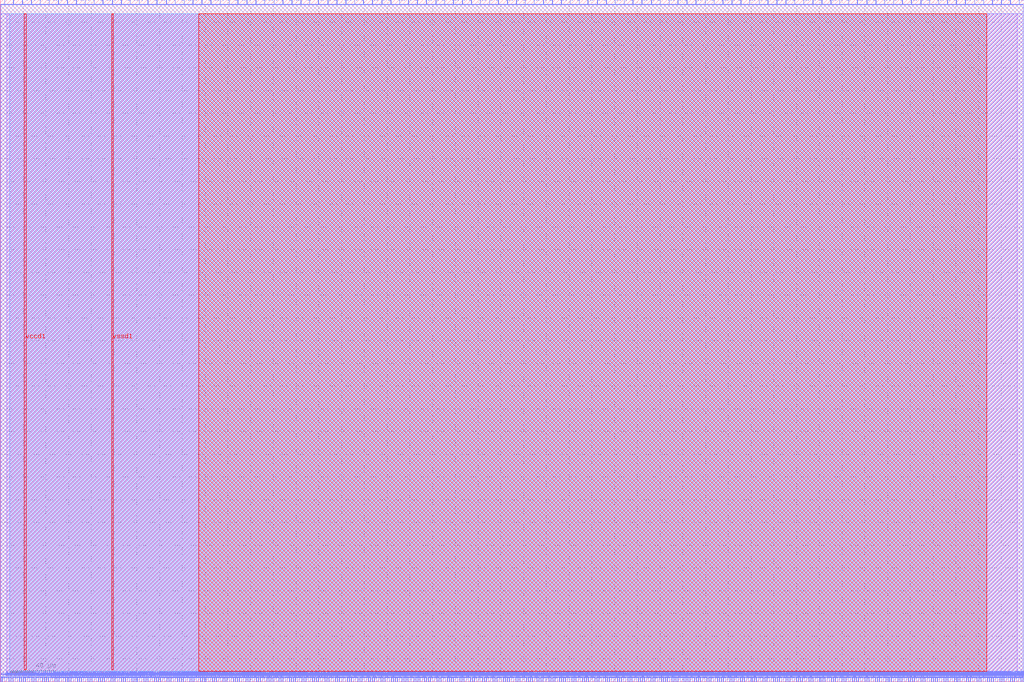
<source format=lef>
VERSION 5.7 ;
  NOWIREEXTENSIONATPIN ON ;
  DIVIDERCHAR "/" ;
  BUSBITCHARS "[]" ;
MACRO user_proj_example
  CLASS BLOCK ;
  FOREIGN user_proj_example ;
  ORIGIN 0.000 0.000 ;
  SIZE 900.000 BY 600.000 ;
  PIN io_in[0]
    DIRECTION INPUT ;
    USE SIGNAL ;
    PORT
      LAYER met2 ;
        RECT 3.770 596.000 4.050 600.000 ;
    END
  END io_in[0]
  PIN io_in[10]
    DIRECTION INPUT ;
    USE SIGNAL ;
    PORT
      LAYER met2 ;
        RECT 240.670 596.000 240.950 600.000 ;
    END
  END io_in[10]
  PIN io_in[11]
    DIRECTION INPUT ;
    USE SIGNAL ;
    PORT
      LAYER met2 ;
        RECT 264.130 596.000 264.410 600.000 ;
    END
  END io_in[11]
  PIN io_in[12]
    DIRECTION INPUT ;
    USE SIGNAL ;
    PORT
      LAYER met2 ;
        RECT 288.050 596.000 288.330 600.000 ;
    END
  END io_in[12]
  PIN io_in[13]
    DIRECTION INPUT ;
    USE SIGNAL ;
    PORT
      LAYER met2 ;
        RECT 311.510 596.000 311.790 600.000 ;
    END
  END io_in[13]
  PIN io_in[14]
    DIRECTION INPUT ;
    USE SIGNAL ;
    PORT
      LAYER met2 ;
        RECT 335.430 596.000 335.710 600.000 ;
    END
  END io_in[14]
  PIN io_in[15]
    DIRECTION INPUT ;
    USE SIGNAL ;
    PORT
      LAYER met2 ;
        RECT 358.890 596.000 359.170 600.000 ;
    END
  END io_in[15]
  PIN io_in[16]
    DIRECTION INPUT ;
    USE SIGNAL ;
    PORT
      LAYER met2 ;
        RECT 382.810 596.000 383.090 600.000 ;
    END
  END io_in[16]
  PIN io_in[17]
    DIRECTION INPUT ;
    USE SIGNAL ;
    PORT
      LAYER met2 ;
        RECT 406.270 596.000 406.550 600.000 ;
    END
  END io_in[17]
  PIN io_in[18]
    DIRECTION INPUT ;
    USE SIGNAL ;
    PORT
      LAYER met2 ;
        RECT 430.190 596.000 430.470 600.000 ;
    END
  END io_in[18]
  PIN io_in[19]
    DIRECTION INPUT ;
    USE SIGNAL ;
    PORT
      LAYER met2 ;
        RECT 453.650 596.000 453.930 600.000 ;
    END
  END io_in[19]
  PIN io_in[1]
    DIRECTION INPUT ;
    USE SIGNAL ;
    PORT
      LAYER met2 ;
        RECT 27.230 596.000 27.510 600.000 ;
    END
  END io_in[1]
  PIN io_in[20]
    DIRECTION INPUT ;
    USE SIGNAL ;
    PORT
      LAYER met2 ;
        RECT 477.570 596.000 477.850 600.000 ;
    END
  END io_in[20]
  PIN io_in[21]
    DIRECTION INPUT ;
    USE SIGNAL ;
    PORT
      LAYER met2 ;
        RECT 501.030 596.000 501.310 600.000 ;
    END
  END io_in[21]
  PIN io_in[22]
    DIRECTION INPUT ;
    USE SIGNAL ;
    PORT
      LAYER met2 ;
        RECT 524.950 596.000 525.230 600.000 ;
    END
  END io_in[22]
  PIN io_in[23]
    DIRECTION INPUT ;
    USE SIGNAL ;
    PORT
      LAYER met2 ;
        RECT 548.410 596.000 548.690 600.000 ;
    END
  END io_in[23]
  PIN io_in[24]
    DIRECTION INPUT ;
    USE SIGNAL ;
    PORT
      LAYER met2 ;
        RECT 572.330 596.000 572.610 600.000 ;
    END
  END io_in[24]
  PIN io_in[25]
    DIRECTION INPUT ;
    USE SIGNAL ;
    PORT
      LAYER met2 ;
        RECT 595.790 596.000 596.070 600.000 ;
    END
  END io_in[25]
  PIN io_in[26]
    DIRECTION INPUT ;
    USE SIGNAL ;
    PORT
      LAYER met2 ;
        RECT 619.710 596.000 619.990 600.000 ;
    END
  END io_in[26]
  PIN io_in[27]
    DIRECTION INPUT ;
    USE SIGNAL ;
    PORT
      LAYER met2 ;
        RECT 643.170 596.000 643.450 600.000 ;
    END
  END io_in[27]
  PIN io_in[28]
    DIRECTION INPUT ;
    USE SIGNAL ;
    PORT
      LAYER met2 ;
        RECT 667.090 596.000 667.370 600.000 ;
    END
  END io_in[28]
  PIN io_in[29]
    DIRECTION INPUT ;
    USE SIGNAL ;
    PORT
      LAYER met2 ;
        RECT 690.550 596.000 690.830 600.000 ;
    END
  END io_in[29]
  PIN io_in[2]
    DIRECTION INPUT ;
    USE SIGNAL ;
    PORT
      LAYER met2 ;
        RECT 51.150 596.000 51.430 600.000 ;
    END
  END io_in[2]
  PIN io_in[30]
    DIRECTION INPUT ;
    USE SIGNAL ;
    PORT
      LAYER met2 ;
        RECT 714.470 596.000 714.750 600.000 ;
    END
  END io_in[30]
  PIN io_in[31]
    DIRECTION INPUT ;
    USE SIGNAL ;
    PORT
      LAYER met2 ;
        RECT 737.930 596.000 738.210 600.000 ;
    END
  END io_in[31]
  PIN io_in[32]
    DIRECTION INPUT ;
    USE SIGNAL ;
    PORT
      LAYER met2 ;
        RECT 761.850 596.000 762.130 600.000 ;
    END
  END io_in[32]
  PIN io_in[33]
    DIRECTION INPUT ;
    USE SIGNAL ;
    PORT
      LAYER met2 ;
        RECT 785.310 596.000 785.590 600.000 ;
    END
  END io_in[33]
  PIN io_in[34]
    DIRECTION INPUT ;
    USE SIGNAL ;
    PORT
      LAYER met2 ;
        RECT 809.230 596.000 809.510 600.000 ;
    END
  END io_in[34]
  PIN io_in[35]
    DIRECTION INPUT ;
    USE SIGNAL ;
    PORT
      LAYER met2 ;
        RECT 832.690 596.000 832.970 600.000 ;
    END
  END io_in[35]
  PIN io_in[36]
    DIRECTION INPUT ;
    USE SIGNAL ;
    PORT
      LAYER met2 ;
        RECT 856.610 596.000 856.890 600.000 ;
    END
  END io_in[36]
  PIN io_in[37]
    DIRECTION INPUT ;
    USE SIGNAL ;
    PORT
      LAYER met2 ;
        RECT 880.070 596.000 880.350 600.000 ;
    END
  END io_in[37]
  PIN io_in[3]
    DIRECTION INPUT ;
    USE SIGNAL ;
    PORT
      LAYER met2 ;
        RECT 74.610 596.000 74.890 600.000 ;
    END
  END io_in[3]
  PIN io_in[4]
    DIRECTION INPUT ;
    USE SIGNAL ;
    PORT
      LAYER met2 ;
        RECT 98.530 596.000 98.810 600.000 ;
    END
  END io_in[4]
  PIN io_in[5]
    DIRECTION INPUT ;
    USE SIGNAL ;
    PORT
      LAYER met2 ;
        RECT 121.990 596.000 122.270 600.000 ;
    END
  END io_in[5]
  PIN io_in[6]
    DIRECTION INPUT ;
    USE SIGNAL ;
    PORT
      LAYER met2 ;
        RECT 145.910 596.000 146.190 600.000 ;
    END
  END io_in[6]
  PIN io_in[7]
    DIRECTION INPUT ;
    USE SIGNAL ;
    PORT
      LAYER met2 ;
        RECT 169.370 596.000 169.650 600.000 ;
    END
  END io_in[7]
  PIN io_in[8]
    DIRECTION INPUT ;
    USE SIGNAL ;
    PORT
      LAYER met2 ;
        RECT 193.290 596.000 193.570 600.000 ;
    END
  END io_in[8]
  PIN io_in[9]
    DIRECTION INPUT ;
    USE SIGNAL ;
    PORT
      LAYER met2 ;
        RECT 216.750 596.000 217.030 600.000 ;
    END
  END io_in[9]
  PIN io_oeb[0]
    DIRECTION OUTPUT TRISTATE ;
    USE SIGNAL ;
    PORT
      LAYER met2 ;
        RECT 11.590 596.000 11.870 600.000 ;
    END
  END io_oeb[0]
  PIN io_oeb[10]
    DIRECTION OUTPUT TRISTATE ;
    USE SIGNAL ;
    PORT
      LAYER met2 ;
        RECT 248.490 596.000 248.770 600.000 ;
    END
  END io_oeb[10]
  PIN io_oeb[11]
    DIRECTION OUTPUT TRISTATE ;
    USE SIGNAL ;
    PORT
      LAYER met2 ;
        RECT 271.950 596.000 272.230 600.000 ;
    END
  END io_oeb[11]
  PIN io_oeb[12]
    DIRECTION OUTPUT TRISTATE ;
    USE SIGNAL ;
    PORT
      LAYER met2 ;
        RECT 295.870 596.000 296.150 600.000 ;
    END
  END io_oeb[12]
  PIN io_oeb[13]
    DIRECTION OUTPUT TRISTATE ;
    USE SIGNAL ;
    PORT
      LAYER met2 ;
        RECT 319.330 596.000 319.610 600.000 ;
    END
  END io_oeb[13]
  PIN io_oeb[14]
    DIRECTION OUTPUT TRISTATE ;
    USE SIGNAL ;
    PORT
      LAYER met2 ;
        RECT 343.250 596.000 343.530 600.000 ;
    END
  END io_oeb[14]
  PIN io_oeb[15]
    DIRECTION OUTPUT TRISTATE ;
    USE SIGNAL ;
    PORT
      LAYER met2 ;
        RECT 366.710 596.000 366.990 600.000 ;
    END
  END io_oeb[15]
  PIN io_oeb[16]
    DIRECTION OUTPUT TRISTATE ;
    USE SIGNAL ;
    PORT
      LAYER met2 ;
        RECT 390.630 596.000 390.910 600.000 ;
    END
  END io_oeb[16]
  PIN io_oeb[17]
    DIRECTION OUTPUT TRISTATE ;
    USE SIGNAL ;
    PORT
      LAYER met2 ;
        RECT 414.090 596.000 414.370 600.000 ;
    END
  END io_oeb[17]
  PIN io_oeb[18]
    DIRECTION OUTPUT TRISTATE ;
    USE SIGNAL ;
    PORT
      LAYER met2 ;
        RECT 438.010 596.000 438.290 600.000 ;
    END
  END io_oeb[18]
  PIN io_oeb[19]
    DIRECTION OUTPUT TRISTATE ;
    USE SIGNAL ;
    PORT
      LAYER met2 ;
        RECT 461.470 596.000 461.750 600.000 ;
    END
  END io_oeb[19]
  PIN io_oeb[1]
    DIRECTION OUTPUT TRISTATE ;
    USE SIGNAL ;
    PORT
      LAYER met2 ;
        RECT 35.050 596.000 35.330 600.000 ;
    END
  END io_oeb[1]
  PIN io_oeb[20]
    DIRECTION OUTPUT TRISTATE ;
    USE SIGNAL ;
    PORT
      LAYER met2 ;
        RECT 485.390 596.000 485.670 600.000 ;
    END
  END io_oeb[20]
  PIN io_oeb[21]
    DIRECTION OUTPUT TRISTATE ;
    USE SIGNAL ;
    PORT
      LAYER met2 ;
        RECT 508.850 596.000 509.130 600.000 ;
    END
  END io_oeb[21]
  PIN io_oeb[22]
    DIRECTION OUTPUT TRISTATE ;
    USE SIGNAL ;
    PORT
      LAYER met2 ;
        RECT 532.770 596.000 533.050 600.000 ;
    END
  END io_oeb[22]
  PIN io_oeb[23]
    DIRECTION OUTPUT TRISTATE ;
    USE SIGNAL ;
    PORT
      LAYER met2 ;
        RECT 556.230 596.000 556.510 600.000 ;
    END
  END io_oeb[23]
  PIN io_oeb[24]
    DIRECTION OUTPUT TRISTATE ;
    USE SIGNAL ;
    PORT
      LAYER met2 ;
        RECT 580.150 596.000 580.430 600.000 ;
    END
  END io_oeb[24]
  PIN io_oeb[25]
    DIRECTION OUTPUT TRISTATE ;
    USE SIGNAL ;
    PORT
      LAYER met2 ;
        RECT 603.610 596.000 603.890 600.000 ;
    END
  END io_oeb[25]
  PIN io_oeb[26]
    DIRECTION OUTPUT TRISTATE ;
    USE SIGNAL ;
    PORT
      LAYER met2 ;
        RECT 627.530 596.000 627.810 600.000 ;
    END
  END io_oeb[26]
  PIN io_oeb[27]
    DIRECTION OUTPUT TRISTATE ;
    USE SIGNAL ;
    PORT
      LAYER met2 ;
        RECT 650.990 596.000 651.270 600.000 ;
    END
  END io_oeb[27]
  PIN io_oeb[28]
    DIRECTION OUTPUT TRISTATE ;
    USE SIGNAL ;
    PORT
      LAYER met2 ;
        RECT 674.910 596.000 675.190 600.000 ;
    END
  END io_oeb[28]
  PIN io_oeb[29]
    DIRECTION OUTPUT TRISTATE ;
    USE SIGNAL ;
    PORT
      LAYER met2 ;
        RECT 698.370 596.000 698.650 600.000 ;
    END
  END io_oeb[29]
  PIN io_oeb[2]
    DIRECTION OUTPUT TRISTATE ;
    USE SIGNAL ;
    PORT
      LAYER met2 ;
        RECT 58.970 596.000 59.250 600.000 ;
    END
  END io_oeb[2]
  PIN io_oeb[30]
    DIRECTION OUTPUT TRISTATE ;
    USE SIGNAL ;
    PORT
      LAYER met2 ;
        RECT 722.290 596.000 722.570 600.000 ;
    END
  END io_oeb[30]
  PIN io_oeb[31]
    DIRECTION OUTPUT TRISTATE ;
    USE SIGNAL ;
    PORT
      LAYER met2 ;
        RECT 745.750 596.000 746.030 600.000 ;
    END
  END io_oeb[31]
  PIN io_oeb[32]
    DIRECTION OUTPUT TRISTATE ;
    USE SIGNAL ;
    PORT
      LAYER met2 ;
        RECT 769.670 596.000 769.950 600.000 ;
    END
  END io_oeb[32]
  PIN io_oeb[33]
    DIRECTION OUTPUT TRISTATE ;
    USE SIGNAL ;
    PORT
      LAYER met2 ;
        RECT 793.130 596.000 793.410 600.000 ;
    END
  END io_oeb[33]
  PIN io_oeb[34]
    DIRECTION OUTPUT TRISTATE ;
    USE SIGNAL ;
    PORT
      LAYER met2 ;
        RECT 817.050 596.000 817.330 600.000 ;
    END
  END io_oeb[34]
  PIN io_oeb[35]
    DIRECTION OUTPUT TRISTATE ;
    USE SIGNAL ;
    PORT
      LAYER met2 ;
        RECT 840.510 596.000 840.790 600.000 ;
    END
  END io_oeb[35]
  PIN io_oeb[36]
    DIRECTION OUTPUT TRISTATE ;
    USE SIGNAL ;
    PORT
      LAYER met2 ;
        RECT 864.430 596.000 864.710 600.000 ;
    END
  END io_oeb[36]
  PIN io_oeb[37]
    DIRECTION OUTPUT TRISTATE ;
    USE SIGNAL ;
    PORT
      LAYER met2 ;
        RECT 887.890 596.000 888.170 600.000 ;
    END
  END io_oeb[37]
  PIN io_oeb[3]
    DIRECTION OUTPUT TRISTATE ;
    USE SIGNAL ;
    PORT
      LAYER met2 ;
        RECT 82.430 596.000 82.710 600.000 ;
    END
  END io_oeb[3]
  PIN io_oeb[4]
    DIRECTION OUTPUT TRISTATE ;
    USE SIGNAL ;
    PORT
      LAYER met2 ;
        RECT 106.350 596.000 106.630 600.000 ;
    END
  END io_oeb[4]
  PIN io_oeb[5]
    DIRECTION OUTPUT TRISTATE ;
    USE SIGNAL ;
    PORT
      LAYER met2 ;
        RECT 129.810 596.000 130.090 600.000 ;
    END
  END io_oeb[5]
  PIN io_oeb[6]
    DIRECTION OUTPUT TRISTATE ;
    USE SIGNAL ;
    PORT
      LAYER met2 ;
        RECT 153.730 596.000 154.010 600.000 ;
    END
  END io_oeb[6]
  PIN io_oeb[7]
    DIRECTION OUTPUT TRISTATE ;
    USE SIGNAL ;
    PORT
      LAYER met2 ;
        RECT 177.190 596.000 177.470 600.000 ;
    END
  END io_oeb[7]
  PIN io_oeb[8]
    DIRECTION OUTPUT TRISTATE ;
    USE SIGNAL ;
    PORT
      LAYER met2 ;
        RECT 201.110 596.000 201.390 600.000 ;
    END
  END io_oeb[8]
  PIN io_oeb[9]
    DIRECTION OUTPUT TRISTATE ;
    USE SIGNAL ;
    PORT
      LAYER met2 ;
        RECT 224.570 596.000 224.850 600.000 ;
    END
  END io_oeb[9]
  PIN io_out[0]
    DIRECTION OUTPUT TRISTATE ;
    USE SIGNAL ;
    PORT
      LAYER met2 ;
        RECT 19.410 596.000 19.690 600.000 ;
    END
  END io_out[0]
  PIN io_out[10]
    DIRECTION OUTPUT TRISTATE ;
    USE SIGNAL ;
    PORT
      LAYER met2 ;
        RECT 256.310 596.000 256.590 600.000 ;
    END
  END io_out[10]
  PIN io_out[11]
    DIRECTION OUTPUT TRISTATE ;
    USE SIGNAL ;
    PORT
      LAYER met2 ;
        RECT 279.770 596.000 280.050 600.000 ;
    END
  END io_out[11]
  PIN io_out[12]
    DIRECTION OUTPUT TRISTATE ;
    USE SIGNAL ;
    PORT
      LAYER met2 ;
        RECT 303.690 596.000 303.970 600.000 ;
    END
  END io_out[12]
  PIN io_out[13]
    DIRECTION OUTPUT TRISTATE ;
    USE SIGNAL ;
    PORT
      LAYER met2 ;
        RECT 327.150 596.000 327.430 600.000 ;
    END
  END io_out[13]
  PIN io_out[14]
    DIRECTION OUTPUT TRISTATE ;
    USE SIGNAL ;
    PORT
      LAYER met2 ;
        RECT 351.070 596.000 351.350 600.000 ;
    END
  END io_out[14]
  PIN io_out[15]
    DIRECTION OUTPUT TRISTATE ;
    USE SIGNAL ;
    PORT
      LAYER met2 ;
        RECT 374.530 596.000 374.810 600.000 ;
    END
  END io_out[15]
  PIN io_out[16]
    DIRECTION OUTPUT TRISTATE ;
    USE SIGNAL ;
    PORT
      LAYER met2 ;
        RECT 398.450 596.000 398.730 600.000 ;
    END
  END io_out[16]
  PIN io_out[17]
    DIRECTION OUTPUT TRISTATE ;
    USE SIGNAL ;
    PORT
      LAYER met2 ;
        RECT 421.910 596.000 422.190 600.000 ;
    END
  END io_out[17]
  PIN io_out[18]
    DIRECTION OUTPUT TRISTATE ;
    USE SIGNAL ;
    PORT
      LAYER met2 ;
        RECT 445.830 596.000 446.110 600.000 ;
    END
  END io_out[18]
  PIN io_out[19]
    DIRECTION OUTPUT TRISTATE ;
    USE SIGNAL ;
    PORT
      LAYER met2 ;
        RECT 469.290 596.000 469.570 600.000 ;
    END
  END io_out[19]
  PIN io_out[1]
    DIRECTION OUTPUT TRISTATE ;
    USE SIGNAL ;
    PORT
      LAYER met2 ;
        RECT 42.870 596.000 43.150 600.000 ;
    END
  END io_out[1]
  PIN io_out[20]
    DIRECTION OUTPUT TRISTATE ;
    USE SIGNAL ;
    PORT
      LAYER met2 ;
        RECT 493.210 596.000 493.490 600.000 ;
    END
  END io_out[20]
  PIN io_out[21]
    DIRECTION OUTPUT TRISTATE ;
    USE SIGNAL ;
    PORT
      LAYER met2 ;
        RECT 516.670 596.000 516.950 600.000 ;
    END
  END io_out[21]
  PIN io_out[22]
    DIRECTION OUTPUT TRISTATE ;
    USE SIGNAL ;
    PORT
      LAYER met2 ;
        RECT 540.590 596.000 540.870 600.000 ;
    END
  END io_out[22]
  PIN io_out[23]
    DIRECTION OUTPUT TRISTATE ;
    USE SIGNAL ;
    PORT
      LAYER met2 ;
        RECT 564.050 596.000 564.330 600.000 ;
    END
  END io_out[23]
  PIN io_out[24]
    DIRECTION OUTPUT TRISTATE ;
    USE SIGNAL ;
    PORT
      LAYER met2 ;
        RECT 587.970 596.000 588.250 600.000 ;
    END
  END io_out[24]
  PIN io_out[25]
    DIRECTION OUTPUT TRISTATE ;
    USE SIGNAL ;
    PORT
      LAYER met2 ;
        RECT 611.430 596.000 611.710 600.000 ;
    END
  END io_out[25]
  PIN io_out[26]
    DIRECTION OUTPUT TRISTATE ;
    USE SIGNAL ;
    PORT
      LAYER met2 ;
        RECT 635.350 596.000 635.630 600.000 ;
    END
  END io_out[26]
  PIN io_out[27]
    DIRECTION OUTPUT TRISTATE ;
    USE SIGNAL ;
    PORT
      LAYER met2 ;
        RECT 658.810 596.000 659.090 600.000 ;
    END
  END io_out[27]
  PIN io_out[28]
    DIRECTION OUTPUT TRISTATE ;
    USE SIGNAL ;
    PORT
      LAYER met2 ;
        RECT 682.730 596.000 683.010 600.000 ;
    END
  END io_out[28]
  PIN io_out[29]
    DIRECTION OUTPUT TRISTATE ;
    USE SIGNAL ;
    PORT
      LAYER met2 ;
        RECT 706.190 596.000 706.470 600.000 ;
    END
  END io_out[29]
  PIN io_out[2]
    DIRECTION OUTPUT TRISTATE ;
    USE SIGNAL ;
    PORT
      LAYER met2 ;
        RECT 66.790 596.000 67.070 600.000 ;
    END
  END io_out[2]
  PIN io_out[30]
    DIRECTION OUTPUT TRISTATE ;
    USE SIGNAL ;
    PORT
      LAYER met2 ;
        RECT 730.110 596.000 730.390 600.000 ;
    END
  END io_out[30]
  PIN io_out[31]
    DIRECTION OUTPUT TRISTATE ;
    USE SIGNAL ;
    PORT
      LAYER met2 ;
        RECT 753.570 596.000 753.850 600.000 ;
    END
  END io_out[31]
  PIN io_out[32]
    DIRECTION OUTPUT TRISTATE ;
    USE SIGNAL ;
    PORT
      LAYER met2 ;
        RECT 777.490 596.000 777.770 600.000 ;
    END
  END io_out[32]
  PIN io_out[33]
    DIRECTION OUTPUT TRISTATE ;
    USE SIGNAL ;
    PORT
      LAYER met2 ;
        RECT 800.950 596.000 801.230 600.000 ;
    END
  END io_out[33]
  PIN io_out[34]
    DIRECTION OUTPUT TRISTATE ;
    USE SIGNAL ;
    PORT
      LAYER met2 ;
        RECT 824.870 596.000 825.150 600.000 ;
    END
  END io_out[34]
  PIN io_out[35]
    DIRECTION OUTPUT TRISTATE ;
    USE SIGNAL ;
    PORT
      LAYER met2 ;
        RECT 848.330 596.000 848.610 600.000 ;
    END
  END io_out[35]
  PIN io_out[36]
    DIRECTION OUTPUT TRISTATE ;
    USE SIGNAL ;
    PORT
      LAYER met2 ;
        RECT 872.250 596.000 872.530 600.000 ;
    END
  END io_out[36]
  PIN io_out[37]
    DIRECTION OUTPUT TRISTATE ;
    USE SIGNAL ;
    PORT
      LAYER met2 ;
        RECT 895.710 596.000 895.990 600.000 ;
    END
  END io_out[37]
  PIN io_out[3]
    DIRECTION OUTPUT TRISTATE ;
    USE SIGNAL ;
    PORT
      LAYER met2 ;
        RECT 90.250 596.000 90.530 600.000 ;
    END
  END io_out[3]
  PIN io_out[4]
    DIRECTION OUTPUT TRISTATE ;
    USE SIGNAL ;
    PORT
      LAYER met2 ;
        RECT 114.170 596.000 114.450 600.000 ;
    END
  END io_out[4]
  PIN io_out[5]
    DIRECTION OUTPUT TRISTATE ;
    USE SIGNAL ;
    PORT
      LAYER met2 ;
        RECT 137.630 596.000 137.910 600.000 ;
    END
  END io_out[5]
  PIN io_out[6]
    DIRECTION OUTPUT TRISTATE ;
    USE SIGNAL ;
    PORT
      LAYER met2 ;
        RECT 161.550 596.000 161.830 600.000 ;
    END
  END io_out[6]
  PIN io_out[7]
    DIRECTION OUTPUT TRISTATE ;
    USE SIGNAL ;
    PORT
      LAYER met2 ;
        RECT 185.010 596.000 185.290 600.000 ;
    END
  END io_out[7]
  PIN io_out[8]
    DIRECTION OUTPUT TRISTATE ;
    USE SIGNAL ;
    PORT
      LAYER met2 ;
        RECT 208.930 596.000 209.210 600.000 ;
    END
  END io_out[8]
  PIN io_out[9]
    DIRECTION OUTPUT TRISTATE ;
    USE SIGNAL ;
    PORT
      LAYER met2 ;
        RECT 232.390 596.000 232.670 600.000 ;
    END
  END io_out[9]
  PIN irq[0]
    DIRECTION OUTPUT TRISTATE ;
    USE SIGNAL ;
    PORT
      LAYER met2 ;
        RECT 895.250 0.000 895.530 4.000 ;
    END
  END irq[0]
  PIN irq[1]
    DIRECTION OUTPUT TRISTATE ;
    USE SIGNAL ;
    PORT
      LAYER met2 ;
        RECT 897.090 0.000 897.370 4.000 ;
    END
  END irq[1]
  PIN irq[2]
    DIRECTION OUTPUT TRISTATE ;
    USE SIGNAL ;
    PORT
      LAYER met2 ;
        RECT 898.930 0.000 899.210 4.000 ;
    END
  END irq[2]
  PIN la_data_in[0]
    DIRECTION INPUT ;
    USE SIGNAL ;
    PORT
      LAYER met2 ;
        RECT 193.750 0.000 194.030 4.000 ;
    END
  END la_data_in[0]
  PIN la_data_in[100]
    DIRECTION INPUT ;
    USE SIGNAL ;
    PORT
      LAYER met2 ;
        RECT 741.610 0.000 741.890 4.000 ;
    END
  END la_data_in[100]
  PIN la_data_in[101]
    DIRECTION INPUT ;
    USE SIGNAL ;
    PORT
      LAYER met2 ;
        RECT 747.130 0.000 747.410 4.000 ;
    END
  END la_data_in[101]
  PIN la_data_in[102]
    DIRECTION INPUT ;
    USE SIGNAL ;
    PORT
      LAYER met2 ;
        RECT 752.650 0.000 752.930 4.000 ;
    END
  END la_data_in[102]
  PIN la_data_in[103]
    DIRECTION INPUT ;
    USE SIGNAL ;
    PORT
      LAYER met2 ;
        RECT 758.170 0.000 758.450 4.000 ;
    END
  END la_data_in[103]
  PIN la_data_in[104]
    DIRECTION INPUT ;
    USE SIGNAL ;
    PORT
      LAYER met2 ;
        RECT 763.690 0.000 763.970 4.000 ;
    END
  END la_data_in[104]
  PIN la_data_in[105]
    DIRECTION INPUT ;
    USE SIGNAL ;
    PORT
      LAYER met2 ;
        RECT 769.210 0.000 769.490 4.000 ;
    END
  END la_data_in[105]
  PIN la_data_in[106]
    DIRECTION INPUT ;
    USE SIGNAL ;
    PORT
      LAYER met2 ;
        RECT 774.730 0.000 775.010 4.000 ;
    END
  END la_data_in[106]
  PIN la_data_in[107]
    DIRECTION INPUT ;
    USE SIGNAL ;
    PORT
      LAYER met2 ;
        RECT 780.250 0.000 780.530 4.000 ;
    END
  END la_data_in[107]
  PIN la_data_in[108]
    DIRECTION INPUT ;
    USE SIGNAL ;
    PORT
      LAYER met2 ;
        RECT 785.310 0.000 785.590 4.000 ;
    END
  END la_data_in[108]
  PIN la_data_in[109]
    DIRECTION INPUT ;
    USE SIGNAL ;
    PORT
      LAYER met2 ;
        RECT 790.830 0.000 791.110 4.000 ;
    END
  END la_data_in[109]
  PIN la_data_in[10]
    DIRECTION INPUT ;
    USE SIGNAL ;
    PORT
      LAYER met2 ;
        RECT 248.490 0.000 248.770 4.000 ;
    END
  END la_data_in[10]
  PIN la_data_in[110]
    DIRECTION INPUT ;
    USE SIGNAL ;
    PORT
      LAYER met2 ;
        RECT 796.350 0.000 796.630 4.000 ;
    END
  END la_data_in[110]
  PIN la_data_in[111]
    DIRECTION INPUT ;
    USE SIGNAL ;
    PORT
      LAYER met2 ;
        RECT 801.870 0.000 802.150 4.000 ;
    END
  END la_data_in[111]
  PIN la_data_in[112]
    DIRECTION INPUT ;
    USE SIGNAL ;
    PORT
      LAYER met2 ;
        RECT 807.390 0.000 807.670 4.000 ;
    END
  END la_data_in[112]
  PIN la_data_in[113]
    DIRECTION INPUT ;
    USE SIGNAL ;
    PORT
      LAYER met2 ;
        RECT 812.910 0.000 813.190 4.000 ;
    END
  END la_data_in[113]
  PIN la_data_in[114]
    DIRECTION INPUT ;
    USE SIGNAL ;
    PORT
      LAYER met2 ;
        RECT 818.430 0.000 818.710 4.000 ;
    END
  END la_data_in[114]
  PIN la_data_in[115]
    DIRECTION INPUT ;
    USE SIGNAL ;
    PORT
      LAYER met2 ;
        RECT 823.950 0.000 824.230 4.000 ;
    END
  END la_data_in[115]
  PIN la_data_in[116]
    DIRECTION INPUT ;
    USE SIGNAL ;
    PORT
      LAYER met2 ;
        RECT 829.470 0.000 829.750 4.000 ;
    END
  END la_data_in[116]
  PIN la_data_in[117]
    DIRECTION INPUT ;
    USE SIGNAL ;
    PORT
      LAYER met2 ;
        RECT 834.990 0.000 835.270 4.000 ;
    END
  END la_data_in[117]
  PIN la_data_in[118]
    DIRECTION INPUT ;
    USE SIGNAL ;
    PORT
      LAYER met2 ;
        RECT 840.510 0.000 840.790 4.000 ;
    END
  END la_data_in[118]
  PIN la_data_in[119]
    DIRECTION INPUT ;
    USE SIGNAL ;
    PORT
      LAYER met2 ;
        RECT 845.570 0.000 845.850 4.000 ;
    END
  END la_data_in[119]
  PIN la_data_in[11]
    DIRECTION INPUT ;
    USE SIGNAL ;
    PORT
      LAYER met2 ;
        RECT 254.010 0.000 254.290 4.000 ;
    END
  END la_data_in[11]
  PIN la_data_in[120]
    DIRECTION INPUT ;
    USE SIGNAL ;
    PORT
      LAYER met2 ;
        RECT 851.090 0.000 851.370 4.000 ;
    END
  END la_data_in[120]
  PIN la_data_in[121]
    DIRECTION INPUT ;
    USE SIGNAL ;
    PORT
      LAYER met2 ;
        RECT 856.610 0.000 856.890 4.000 ;
    END
  END la_data_in[121]
  PIN la_data_in[122]
    DIRECTION INPUT ;
    USE SIGNAL ;
    PORT
      LAYER met2 ;
        RECT 862.130 0.000 862.410 4.000 ;
    END
  END la_data_in[122]
  PIN la_data_in[123]
    DIRECTION INPUT ;
    USE SIGNAL ;
    PORT
      LAYER met2 ;
        RECT 867.650 0.000 867.930 4.000 ;
    END
  END la_data_in[123]
  PIN la_data_in[124]
    DIRECTION INPUT ;
    USE SIGNAL ;
    PORT
      LAYER met2 ;
        RECT 873.170 0.000 873.450 4.000 ;
    END
  END la_data_in[124]
  PIN la_data_in[125]
    DIRECTION INPUT ;
    USE SIGNAL ;
    PORT
      LAYER met2 ;
        RECT 878.690 0.000 878.970 4.000 ;
    END
  END la_data_in[125]
  PIN la_data_in[126]
    DIRECTION INPUT ;
    USE SIGNAL ;
    PORT
      LAYER met2 ;
        RECT 884.210 0.000 884.490 4.000 ;
    END
  END la_data_in[126]
  PIN la_data_in[127]
    DIRECTION INPUT ;
    USE SIGNAL ;
    PORT
      LAYER met2 ;
        RECT 889.730 0.000 890.010 4.000 ;
    END
  END la_data_in[127]
  PIN la_data_in[12]
    DIRECTION INPUT ;
    USE SIGNAL ;
    PORT
      LAYER met2 ;
        RECT 259.530 0.000 259.810 4.000 ;
    END
  END la_data_in[12]
  PIN la_data_in[13]
    DIRECTION INPUT ;
    USE SIGNAL ;
    PORT
      LAYER met2 ;
        RECT 265.050 0.000 265.330 4.000 ;
    END
  END la_data_in[13]
  PIN la_data_in[14]
    DIRECTION INPUT ;
    USE SIGNAL ;
    PORT
      LAYER met2 ;
        RECT 270.570 0.000 270.850 4.000 ;
    END
  END la_data_in[14]
  PIN la_data_in[15]
    DIRECTION INPUT ;
    USE SIGNAL ;
    PORT
      LAYER met2 ;
        RECT 276.090 0.000 276.370 4.000 ;
    END
  END la_data_in[15]
  PIN la_data_in[16]
    DIRECTION INPUT ;
    USE SIGNAL ;
    PORT
      LAYER met2 ;
        RECT 281.610 0.000 281.890 4.000 ;
    END
  END la_data_in[16]
  PIN la_data_in[17]
    DIRECTION INPUT ;
    USE SIGNAL ;
    PORT
      LAYER met2 ;
        RECT 287.130 0.000 287.410 4.000 ;
    END
  END la_data_in[17]
  PIN la_data_in[18]
    DIRECTION INPUT ;
    USE SIGNAL ;
    PORT
      LAYER met2 ;
        RECT 292.650 0.000 292.930 4.000 ;
    END
  END la_data_in[18]
  PIN la_data_in[19]
    DIRECTION INPUT ;
    USE SIGNAL ;
    PORT
      LAYER met2 ;
        RECT 298.170 0.000 298.450 4.000 ;
    END
  END la_data_in[19]
  PIN la_data_in[1]
    DIRECTION INPUT ;
    USE SIGNAL ;
    PORT
      LAYER met2 ;
        RECT 199.270 0.000 199.550 4.000 ;
    END
  END la_data_in[1]
  PIN la_data_in[20]
    DIRECTION INPUT ;
    USE SIGNAL ;
    PORT
      LAYER met2 ;
        RECT 303.230 0.000 303.510 4.000 ;
    END
  END la_data_in[20]
  PIN la_data_in[21]
    DIRECTION INPUT ;
    USE SIGNAL ;
    PORT
      LAYER met2 ;
        RECT 308.750 0.000 309.030 4.000 ;
    END
  END la_data_in[21]
  PIN la_data_in[22]
    DIRECTION INPUT ;
    USE SIGNAL ;
    PORT
      LAYER met2 ;
        RECT 314.270 0.000 314.550 4.000 ;
    END
  END la_data_in[22]
  PIN la_data_in[23]
    DIRECTION INPUT ;
    USE SIGNAL ;
    PORT
      LAYER met2 ;
        RECT 319.790 0.000 320.070 4.000 ;
    END
  END la_data_in[23]
  PIN la_data_in[24]
    DIRECTION INPUT ;
    USE SIGNAL ;
    PORT
      LAYER met2 ;
        RECT 325.310 0.000 325.590 4.000 ;
    END
  END la_data_in[24]
  PIN la_data_in[25]
    DIRECTION INPUT ;
    USE SIGNAL ;
    PORT
      LAYER met2 ;
        RECT 330.830 0.000 331.110 4.000 ;
    END
  END la_data_in[25]
  PIN la_data_in[26]
    DIRECTION INPUT ;
    USE SIGNAL ;
    PORT
      LAYER met2 ;
        RECT 336.350 0.000 336.630 4.000 ;
    END
  END la_data_in[26]
  PIN la_data_in[27]
    DIRECTION INPUT ;
    USE SIGNAL ;
    PORT
      LAYER met2 ;
        RECT 341.870 0.000 342.150 4.000 ;
    END
  END la_data_in[27]
  PIN la_data_in[28]
    DIRECTION INPUT ;
    USE SIGNAL ;
    PORT
      LAYER met2 ;
        RECT 347.390 0.000 347.670 4.000 ;
    END
  END la_data_in[28]
  PIN la_data_in[29]
    DIRECTION INPUT ;
    USE SIGNAL ;
    PORT
      LAYER met2 ;
        RECT 352.910 0.000 353.190 4.000 ;
    END
  END la_data_in[29]
  PIN la_data_in[2]
    DIRECTION INPUT ;
    USE SIGNAL ;
    PORT
      LAYER met2 ;
        RECT 204.790 0.000 205.070 4.000 ;
    END
  END la_data_in[2]
  PIN la_data_in[30]
    DIRECTION INPUT ;
    USE SIGNAL ;
    PORT
      LAYER met2 ;
        RECT 358.430 0.000 358.710 4.000 ;
    END
  END la_data_in[30]
  PIN la_data_in[31]
    DIRECTION INPUT ;
    USE SIGNAL ;
    PORT
      LAYER met2 ;
        RECT 363.490 0.000 363.770 4.000 ;
    END
  END la_data_in[31]
  PIN la_data_in[32]
    DIRECTION INPUT ;
    USE SIGNAL ;
    PORT
      LAYER met2 ;
        RECT 369.010 0.000 369.290 4.000 ;
    END
  END la_data_in[32]
  PIN la_data_in[33]
    DIRECTION INPUT ;
    USE SIGNAL ;
    PORT
      LAYER met2 ;
        RECT 374.530 0.000 374.810 4.000 ;
    END
  END la_data_in[33]
  PIN la_data_in[34]
    DIRECTION INPUT ;
    USE SIGNAL ;
    PORT
      LAYER met2 ;
        RECT 380.050 0.000 380.330 4.000 ;
    END
  END la_data_in[34]
  PIN la_data_in[35]
    DIRECTION INPUT ;
    USE SIGNAL ;
    PORT
      LAYER met2 ;
        RECT 385.570 0.000 385.850 4.000 ;
    END
  END la_data_in[35]
  PIN la_data_in[36]
    DIRECTION INPUT ;
    USE SIGNAL ;
    PORT
      LAYER met2 ;
        RECT 391.090 0.000 391.370 4.000 ;
    END
  END la_data_in[36]
  PIN la_data_in[37]
    DIRECTION INPUT ;
    USE SIGNAL ;
    PORT
      LAYER met2 ;
        RECT 396.610 0.000 396.890 4.000 ;
    END
  END la_data_in[37]
  PIN la_data_in[38]
    DIRECTION INPUT ;
    USE SIGNAL ;
    PORT
      LAYER met2 ;
        RECT 402.130 0.000 402.410 4.000 ;
    END
  END la_data_in[38]
  PIN la_data_in[39]
    DIRECTION INPUT ;
    USE SIGNAL ;
    PORT
      LAYER met2 ;
        RECT 407.650 0.000 407.930 4.000 ;
    END
  END la_data_in[39]
  PIN la_data_in[3]
    DIRECTION INPUT ;
    USE SIGNAL ;
    PORT
      LAYER met2 ;
        RECT 210.310 0.000 210.590 4.000 ;
    END
  END la_data_in[3]
  PIN la_data_in[40]
    DIRECTION INPUT ;
    USE SIGNAL ;
    PORT
      LAYER met2 ;
        RECT 413.170 0.000 413.450 4.000 ;
    END
  END la_data_in[40]
  PIN la_data_in[41]
    DIRECTION INPUT ;
    USE SIGNAL ;
    PORT
      LAYER met2 ;
        RECT 418.690 0.000 418.970 4.000 ;
    END
  END la_data_in[41]
  PIN la_data_in[42]
    DIRECTION INPUT ;
    USE SIGNAL ;
    PORT
      LAYER met2 ;
        RECT 423.750 0.000 424.030 4.000 ;
    END
  END la_data_in[42]
  PIN la_data_in[43]
    DIRECTION INPUT ;
    USE SIGNAL ;
    PORT
      LAYER met2 ;
        RECT 429.270 0.000 429.550 4.000 ;
    END
  END la_data_in[43]
  PIN la_data_in[44]
    DIRECTION INPUT ;
    USE SIGNAL ;
    PORT
      LAYER met2 ;
        RECT 434.790 0.000 435.070 4.000 ;
    END
  END la_data_in[44]
  PIN la_data_in[45]
    DIRECTION INPUT ;
    USE SIGNAL ;
    PORT
      LAYER met2 ;
        RECT 440.310 0.000 440.590 4.000 ;
    END
  END la_data_in[45]
  PIN la_data_in[46]
    DIRECTION INPUT ;
    USE SIGNAL ;
    PORT
      LAYER met2 ;
        RECT 445.830 0.000 446.110 4.000 ;
    END
  END la_data_in[46]
  PIN la_data_in[47]
    DIRECTION INPUT ;
    USE SIGNAL ;
    PORT
      LAYER met2 ;
        RECT 451.350 0.000 451.630 4.000 ;
    END
  END la_data_in[47]
  PIN la_data_in[48]
    DIRECTION INPUT ;
    USE SIGNAL ;
    PORT
      LAYER met2 ;
        RECT 456.870 0.000 457.150 4.000 ;
    END
  END la_data_in[48]
  PIN la_data_in[49]
    DIRECTION INPUT ;
    USE SIGNAL ;
    PORT
      LAYER met2 ;
        RECT 462.390 0.000 462.670 4.000 ;
    END
  END la_data_in[49]
  PIN la_data_in[4]
    DIRECTION INPUT ;
    USE SIGNAL ;
    PORT
      LAYER met2 ;
        RECT 215.830 0.000 216.110 4.000 ;
    END
  END la_data_in[4]
  PIN la_data_in[50]
    DIRECTION INPUT ;
    USE SIGNAL ;
    PORT
      LAYER met2 ;
        RECT 467.910 0.000 468.190 4.000 ;
    END
  END la_data_in[50]
  PIN la_data_in[51]
    DIRECTION INPUT ;
    USE SIGNAL ;
    PORT
      LAYER met2 ;
        RECT 473.430 0.000 473.710 4.000 ;
    END
  END la_data_in[51]
  PIN la_data_in[52]
    DIRECTION INPUT ;
    USE SIGNAL ;
    PORT
      LAYER met2 ;
        RECT 478.950 0.000 479.230 4.000 ;
    END
  END la_data_in[52]
  PIN la_data_in[53]
    DIRECTION INPUT ;
    USE SIGNAL ;
    PORT
      LAYER met2 ;
        RECT 484.010 0.000 484.290 4.000 ;
    END
  END la_data_in[53]
  PIN la_data_in[54]
    DIRECTION INPUT ;
    USE SIGNAL ;
    PORT
      LAYER met2 ;
        RECT 489.530 0.000 489.810 4.000 ;
    END
  END la_data_in[54]
  PIN la_data_in[55]
    DIRECTION INPUT ;
    USE SIGNAL ;
    PORT
      LAYER met2 ;
        RECT 495.050 0.000 495.330 4.000 ;
    END
  END la_data_in[55]
  PIN la_data_in[56]
    DIRECTION INPUT ;
    USE SIGNAL ;
    PORT
      LAYER met2 ;
        RECT 500.570 0.000 500.850 4.000 ;
    END
  END la_data_in[56]
  PIN la_data_in[57]
    DIRECTION INPUT ;
    USE SIGNAL ;
    PORT
      LAYER met2 ;
        RECT 506.090 0.000 506.370 4.000 ;
    END
  END la_data_in[57]
  PIN la_data_in[58]
    DIRECTION INPUT ;
    USE SIGNAL ;
    PORT
      LAYER met2 ;
        RECT 511.610 0.000 511.890 4.000 ;
    END
  END la_data_in[58]
  PIN la_data_in[59]
    DIRECTION INPUT ;
    USE SIGNAL ;
    PORT
      LAYER met2 ;
        RECT 517.130 0.000 517.410 4.000 ;
    END
  END la_data_in[59]
  PIN la_data_in[5]
    DIRECTION INPUT ;
    USE SIGNAL ;
    PORT
      LAYER met2 ;
        RECT 221.350 0.000 221.630 4.000 ;
    END
  END la_data_in[5]
  PIN la_data_in[60]
    DIRECTION INPUT ;
    USE SIGNAL ;
    PORT
      LAYER met2 ;
        RECT 522.650 0.000 522.930 4.000 ;
    END
  END la_data_in[60]
  PIN la_data_in[61]
    DIRECTION INPUT ;
    USE SIGNAL ;
    PORT
      LAYER met2 ;
        RECT 528.170 0.000 528.450 4.000 ;
    END
  END la_data_in[61]
  PIN la_data_in[62]
    DIRECTION INPUT ;
    USE SIGNAL ;
    PORT
      LAYER met2 ;
        RECT 533.690 0.000 533.970 4.000 ;
    END
  END la_data_in[62]
  PIN la_data_in[63]
    DIRECTION INPUT ;
    USE SIGNAL ;
    PORT
      LAYER met2 ;
        RECT 539.210 0.000 539.490 4.000 ;
    END
  END la_data_in[63]
  PIN la_data_in[64]
    DIRECTION INPUT ;
    USE SIGNAL ;
    PORT
      LAYER met2 ;
        RECT 544.270 0.000 544.550 4.000 ;
    END
  END la_data_in[64]
  PIN la_data_in[65]
    DIRECTION INPUT ;
    USE SIGNAL ;
    PORT
      LAYER met2 ;
        RECT 549.790 0.000 550.070 4.000 ;
    END
  END la_data_in[65]
  PIN la_data_in[66]
    DIRECTION INPUT ;
    USE SIGNAL ;
    PORT
      LAYER met2 ;
        RECT 555.310 0.000 555.590 4.000 ;
    END
  END la_data_in[66]
  PIN la_data_in[67]
    DIRECTION INPUT ;
    USE SIGNAL ;
    PORT
      LAYER met2 ;
        RECT 560.830 0.000 561.110 4.000 ;
    END
  END la_data_in[67]
  PIN la_data_in[68]
    DIRECTION INPUT ;
    USE SIGNAL ;
    PORT
      LAYER met2 ;
        RECT 566.350 0.000 566.630 4.000 ;
    END
  END la_data_in[68]
  PIN la_data_in[69]
    DIRECTION INPUT ;
    USE SIGNAL ;
    PORT
      LAYER met2 ;
        RECT 571.870 0.000 572.150 4.000 ;
    END
  END la_data_in[69]
  PIN la_data_in[6]
    DIRECTION INPUT ;
    USE SIGNAL ;
    PORT
      LAYER met2 ;
        RECT 226.870 0.000 227.150 4.000 ;
    END
  END la_data_in[6]
  PIN la_data_in[70]
    DIRECTION INPUT ;
    USE SIGNAL ;
    PORT
      LAYER met2 ;
        RECT 577.390 0.000 577.670 4.000 ;
    END
  END la_data_in[70]
  PIN la_data_in[71]
    DIRECTION INPUT ;
    USE SIGNAL ;
    PORT
      LAYER met2 ;
        RECT 582.910 0.000 583.190 4.000 ;
    END
  END la_data_in[71]
  PIN la_data_in[72]
    DIRECTION INPUT ;
    USE SIGNAL ;
    PORT
      LAYER met2 ;
        RECT 588.430 0.000 588.710 4.000 ;
    END
  END la_data_in[72]
  PIN la_data_in[73]
    DIRECTION INPUT ;
    USE SIGNAL ;
    PORT
      LAYER met2 ;
        RECT 593.950 0.000 594.230 4.000 ;
    END
  END la_data_in[73]
  PIN la_data_in[74]
    DIRECTION INPUT ;
    USE SIGNAL ;
    PORT
      LAYER met2 ;
        RECT 599.470 0.000 599.750 4.000 ;
    END
  END la_data_in[74]
  PIN la_data_in[75]
    DIRECTION INPUT ;
    USE SIGNAL ;
    PORT
      LAYER met2 ;
        RECT 604.530 0.000 604.810 4.000 ;
    END
  END la_data_in[75]
  PIN la_data_in[76]
    DIRECTION INPUT ;
    USE SIGNAL ;
    PORT
      LAYER met2 ;
        RECT 610.050 0.000 610.330 4.000 ;
    END
  END la_data_in[76]
  PIN la_data_in[77]
    DIRECTION INPUT ;
    USE SIGNAL ;
    PORT
      LAYER met2 ;
        RECT 615.570 0.000 615.850 4.000 ;
    END
  END la_data_in[77]
  PIN la_data_in[78]
    DIRECTION INPUT ;
    USE SIGNAL ;
    PORT
      LAYER met2 ;
        RECT 621.090 0.000 621.370 4.000 ;
    END
  END la_data_in[78]
  PIN la_data_in[79]
    DIRECTION INPUT ;
    USE SIGNAL ;
    PORT
      LAYER met2 ;
        RECT 626.610 0.000 626.890 4.000 ;
    END
  END la_data_in[79]
  PIN la_data_in[7]
    DIRECTION INPUT ;
    USE SIGNAL ;
    PORT
      LAYER met2 ;
        RECT 232.390 0.000 232.670 4.000 ;
    END
  END la_data_in[7]
  PIN la_data_in[80]
    DIRECTION INPUT ;
    USE SIGNAL ;
    PORT
      LAYER met2 ;
        RECT 632.130 0.000 632.410 4.000 ;
    END
  END la_data_in[80]
  PIN la_data_in[81]
    DIRECTION INPUT ;
    USE SIGNAL ;
    PORT
      LAYER met2 ;
        RECT 637.650 0.000 637.930 4.000 ;
    END
  END la_data_in[81]
  PIN la_data_in[82]
    DIRECTION INPUT ;
    USE SIGNAL ;
    PORT
      LAYER met2 ;
        RECT 643.170 0.000 643.450 4.000 ;
    END
  END la_data_in[82]
  PIN la_data_in[83]
    DIRECTION INPUT ;
    USE SIGNAL ;
    PORT
      LAYER met2 ;
        RECT 648.690 0.000 648.970 4.000 ;
    END
  END la_data_in[83]
  PIN la_data_in[84]
    DIRECTION INPUT ;
    USE SIGNAL ;
    PORT
      LAYER met2 ;
        RECT 654.210 0.000 654.490 4.000 ;
    END
  END la_data_in[84]
  PIN la_data_in[85]
    DIRECTION INPUT ;
    USE SIGNAL ;
    PORT
      LAYER met2 ;
        RECT 659.730 0.000 660.010 4.000 ;
    END
  END la_data_in[85]
  PIN la_data_in[86]
    DIRECTION INPUT ;
    USE SIGNAL ;
    PORT
      LAYER met2 ;
        RECT 664.790 0.000 665.070 4.000 ;
    END
  END la_data_in[86]
  PIN la_data_in[87]
    DIRECTION INPUT ;
    USE SIGNAL ;
    PORT
      LAYER met2 ;
        RECT 670.310 0.000 670.590 4.000 ;
    END
  END la_data_in[87]
  PIN la_data_in[88]
    DIRECTION INPUT ;
    USE SIGNAL ;
    PORT
      LAYER met2 ;
        RECT 675.830 0.000 676.110 4.000 ;
    END
  END la_data_in[88]
  PIN la_data_in[89]
    DIRECTION INPUT ;
    USE SIGNAL ;
    PORT
      LAYER met2 ;
        RECT 681.350 0.000 681.630 4.000 ;
    END
  END la_data_in[89]
  PIN la_data_in[8]
    DIRECTION INPUT ;
    USE SIGNAL ;
    PORT
      LAYER met2 ;
        RECT 237.910 0.000 238.190 4.000 ;
    END
  END la_data_in[8]
  PIN la_data_in[90]
    DIRECTION INPUT ;
    USE SIGNAL ;
    PORT
      LAYER met2 ;
        RECT 686.870 0.000 687.150 4.000 ;
    END
  END la_data_in[90]
  PIN la_data_in[91]
    DIRECTION INPUT ;
    USE SIGNAL ;
    PORT
      LAYER met2 ;
        RECT 692.390 0.000 692.670 4.000 ;
    END
  END la_data_in[91]
  PIN la_data_in[92]
    DIRECTION INPUT ;
    USE SIGNAL ;
    PORT
      LAYER met2 ;
        RECT 697.910 0.000 698.190 4.000 ;
    END
  END la_data_in[92]
  PIN la_data_in[93]
    DIRECTION INPUT ;
    USE SIGNAL ;
    PORT
      LAYER met2 ;
        RECT 703.430 0.000 703.710 4.000 ;
    END
  END la_data_in[93]
  PIN la_data_in[94]
    DIRECTION INPUT ;
    USE SIGNAL ;
    PORT
      LAYER met2 ;
        RECT 708.950 0.000 709.230 4.000 ;
    END
  END la_data_in[94]
  PIN la_data_in[95]
    DIRECTION INPUT ;
    USE SIGNAL ;
    PORT
      LAYER met2 ;
        RECT 714.470 0.000 714.750 4.000 ;
    END
  END la_data_in[95]
  PIN la_data_in[96]
    DIRECTION INPUT ;
    USE SIGNAL ;
    PORT
      LAYER met2 ;
        RECT 719.990 0.000 720.270 4.000 ;
    END
  END la_data_in[96]
  PIN la_data_in[97]
    DIRECTION INPUT ;
    USE SIGNAL ;
    PORT
      LAYER met2 ;
        RECT 725.050 0.000 725.330 4.000 ;
    END
  END la_data_in[97]
  PIN la_data_in[98]
    DIRECTION INPUT ;
    USE SIGNAL ;
    PORT
      LAYER met2 ;
        RECT 730.570 0.000 730.850 4.000 ;
    END
  END la_data_in[98]
  PIN la_data_in[99]
    DIRECTION INPUT ;
    USE SIGNAL ;
    PORT
      LAYER met2 ;
        RECT 736.090 0.000 736.370 4.000 ;
    END
  END la_data_in[99]
  PIN la_data_in[9]
    DIRECTION INPUT ;
    USE SIGNAL ;
    PORT
      LAYER met2 ;
        RECT 242.970 0.000 243.250 4.000 ;
    END
  END la_data_in[9]
  PIN la_data_out[0]
    DIRECTION OUTPUT TRISTATE ;
    USE SIGNAL ;
    PORT
      LAYER met2 ;
        RECT 195.590 0.000 195.870 4.000 ;
    END
  END la_data_out[0]
  PIN la_data_out[100]
    DIRECTION OUTPUT TRISTATE ;
    USE SIGNAL ;
    PORT
      LAYER met2 ;
        RECT 743.450 0.000 743.730 4.000 ;
    END
  END la_data_out[100]
  PIN la_data_out[101]
    DIRECTION OUTPUT TRISTATE ;
    USE SIGNAL ;
    PORT
      LAYER met2 ;
        RECT 748.970 0.000 749.250 4.000 ;
    END
  END la_data_out[101]
  PIN la_data_out[102]
    DIRECTION OUTPUT TRISTATE ;
    USE SIGNAL ;
    PORT
      LAYER met2 ;
        RECT 754.490 0.000 754.770 4.000 ;
    END
  END la_data_out[102]
  PIN la_data_out[103]
    DIRECTION OUTPUT TRISTATE ;
    USE SIGNAL ;
    PORT
      LAYER met2 ;
        RECT 760.010 0.000 760.290 4.000 ;
    END
  END la_data_out[103]
  PIN la_data_out[104]
    DIRECTION OUTPUT TRISTATE ;
    USE SIGNAL ;
    PORT
      LAYER met2 ;
        RECT 765.530 0.000 765.810 4.000 ;
    END
  END la_data_out[104]
  PIN la_data_out[105]
    DIRECTION OUTPUT TRISTATE ;
    USE SIGNAL ;
    PORT
      LAYER met2 ;
        RECT 771.050 0.000 771.330 4.000 ;
    END
  END la_data_out[105]
  PIN la_data_out[106]
    DIRECTION OUTPUT TRISTATE ;
    USE SIGNAL ;
    PORT
      LAYER met2 ;
        RECT 776.570 0.000 776.850 4.000 ;
    END
  END la_data_out[106]
  PIN la_data_out[107]
    DIRECTION OUTPUT TRISTATE ;
    USE SIGNAL ;
    PORT
      LAYER met2 ;
        RECT 781.630 0.000 781.910 4.000 ;
    END
  END la_data_out[107]
  PIN la_data_out[108]
    DIRECTION OUTPUT TRISTATE ;
    USE SIGNAL ;
    PORT
      LAYER met2 ;
        RECT 787.150 0.000 787.430 4.000 ;
    END
  END la_data_out[108]
  PIN la_data_out[109]
    DIRECTION OUTPUT TRISTATE ;
    USE SIGNAL ;
    PORT
      LAYER met2 ;
        RECT 792.670 0.000 792.950 4.000 ;
    END
  END la_data_out[109]
  PIN la_data_out[10]
    DIRECTION OUTPUT TRISTATE ;
    USE SIGNAL ;
    PORT
      LAYER met2 ;
        RECT 250.330 0.000 250.610 4.000 ;
    END
  END la_data_out[10]
  PIN la_data_out[110]
    DIRECTION OUTPUT TRISTATE ;
    USE SIGNAL ;
    PORT
      LAYER met2 ;
        RECT 798.190 0.000 798.470 4.000 ;
    END
  END la_data_out[110]
  PIN la_data_out[111]
    DIRECTION OUTPUT TRISTATE ;
    USE SIGNAL ;
    PORT
      LAYER met2 ;
        RECT 803.710 0.000 803.990 4.000 ;
    END
  END la_data_out[111]
  PIN la_data_out[112]
    DIRECTION OUTPUT TRISTATE ;
    USE SIGNAL ;
    PORT
      LAYER met2 ;
        RECT 809.230 0.000 809.510 4.000 ;
    END
  END la_data_out[112]
  PIN la_data_out[113]
    DIRECTION OUTPUT TRISTATE ;
    USE SIGNAL ;
    PORT
      LAYER met2 ;
        RECT 814.750 0.000 815.030 4.000 ;
    END
  END la_data_out[113]
  PIN la_data_out[114]
    DIRECTION OUTPUT TRISTATE ;
    USE SIGNAL ;
    PORT
      LAYER met2 ;
        RECT 820.270 0.000 820.550 4.000 ;
    END
  END la_data_out[114]
  PIN la_data_out[115]
    DIRECTION OUTPUT TRISTATE ;
    USE SIGNAL ;
    PORT
      LAYER met2 ;
        RECT 825.790 0.000 826.070 4.000 ;
    END
  END la_data_out[115]
  PIN la_data_out[116]
    DIRECTION OUTPUT TRISTATE ;
    USE SIGNAL ;
    PORT
      LAYER met2 ;
        RECT 831.310 0.000 831.590 4.000 ;
    END
  END la_data_out[116]
  PIN la_data_out[117]
    DIRECTION OUTPUT TRISTATE ;
    USE SIGNAL ;
    PORT
      LAYER met2 ;
        RECT 836.830 0.000 837.110 4.000 ;
    END
  END la_data_out[117]
  PIN la_data_out[118]
    DIRECTION OUTPUT TRISTATE ;
    USE SIGNAL ;
    PORT
      LAYER met2 ;
        RECT 841.890 0.000 842.170 4.000 ;
    END
  END la_data_out[118]
  PIN la_data_out[119]
    DIRECTION OUTPUT TRISTATE ;
    USE SIGNAL ;
    PORT
      LAYER met2 ;
        RECT 847.410 0.000 847.690 4.000 ;
    END
  END la_data_out[119]
  PIN la_data_out[11]
    DIRECTION OUTPUT TRISTATE ;
    USE SIGNAL ;
    PORT
      LAYER met2 ;
        RECT 255.850 0.000 256.130 4.000 ;
    END
  END la_data_out[11]
  PIN la_data_out[120]
    DIRECTION OUTPUT TRISTATE ;
    USE SIGNAL ;
    PORT
      LAYER met2 ;
        RECT 852.930 0.000 853.210 4.000 ;
    END
  END la_data_out[120]
  PIN la_data_out[121]
    DIRECTION OUTPUT TRISTATE ;
    USE SIGNAL ;
    PORT
      LAYER met2 ;
        RECT 858.450 0.000 858.730 4.000 ;
    END
  END la_data_out[121]
  PIN la_data_out[122]
    DIRECTION OUTPUT TRISTATE ;
    USE SIGNAL ;
    PORT
      LAYER met2 ;
        RECT 863.970 0.000 864.250 4.000 ;
    END
  END la_data_out[122]
  PIN la_data_out[123]
    DIRECTION OUTPUT TRISTATE ;
    USE SIGNAL ;
    PORT
      LAYER met2 ;
        RECT 869.490 0.000 869.770 4.000 ;
    END
  END la_data_out[123]
  PIN la_data_out[124]
    DIRECTION OUTPUT TRISTATE ;
    USE SIGNAL ;
    PORT
      LAYER met2 ;
        RECT 875.010 0.000 875.290 4.000 ;
    END
  END la_data_out[124]
  PIN la_data_out[125]
    DIRECTION OUTPUT TRISTATE ;
    USE SIGNAL ;
    PORT
      LAYER met2 ;
        RECT 880.530 0.000 880.810 4.000 ;
    END
  END la_data_out[125]
  PIN la_data_out[126]
    DIRECTION OUTPUT TRISTATE ;
    USE SIGNAL ;
    PORT
      LAYER met2 ;
        RECT 886.050 0.000 886.330 4.000 ;
    END
  END la_data_out[126]
  PIN la_data_out[127]
    DIRECTION OUTPUT TRISTATE ;
    USE SIGNAL ;
    PORT
      LAYER met2 ;
        RECT 891.570 0.000 891.850 4.000 ;
    END
  END la_data_out[127]
  PIN la_data_out[12]
    DIRECTION OUTPUT TRISTATE ;
    USE SIGNAL ;
    PORT
      LAYER met2 ;
        RECT 261.370 0.000 261.650 4.000 ;
    END
  END la_data_out[12]
  PIN la_data_out[13]
    DIRECTION OUTPUT TRISTATE ;
    USE SIGNAL ;
    PORT
      LAYER met2 ;
        RECT 266.890 0.000 267.170 4.000 ;
    END
  END la_data_out[13]
  PIN la_data_out[14]
    DIRECTION OUTPUT TRISTATE ;
    USE SIGNAL ;
    PORT
      LAYER met2 ;
        RECT 272.410 0.000 272.690 4.000 ;
    END
  END la_data_out[14]
  PIN la_data_out[15]
    DIRECTION OUTPUT TRISTATE ;
    USE SIGNAL ;
    PORT
      LAYER met2 ;
        RECT 277.930 0.000 278.210 4.000 ;
    END
  END la_data_out[15]
  PIN la_data_out[16]
    DIRECTION OUTPUT TRISTATE ;
    USE SIGNAL ;
    PORT
      LAYER met2 ;
        RECT 283.450 0.000 283.730 4.000 ;
    END
  END la_data_out[16]
  PIN la_data_out[17]
    DIRECTION OUTPUT TRISTATE ;
    USE SIGNAL ;
    PORT
      LAYER met2 ;
        RECT 288.970 0.000 289.250 4.000 ;
    END
  END la_data_out[17]
  PIN la_data_out[18]
    DIRECTION OUTPUT TRISTATE ;
    USE SIGNAL ;
    PORT
      LAYER met2 ;
        RECT 294.490 0.000 294.770 4.000 ;
    END
  END la_data_out[18]
  PIN la_data_out[19]
    DIRECTION OUTPUT TRISTATE ;
    USE SIGNAL ;
    PORT
      LAYER met2 ;
        RECT 300.010 0.000 300.290 4.000 ;
    END
  END la_data_out[19]
  PIN la_data_out[1]
    DIRECTION OUTPUT TRISTATE ;
    USE SIGNAL ;
    PORT
      LAYER met2 ;
        RECT 201.110 0.000 201.390 4.000 ;
    END
  END la_data_out[1]
  PIN la_data_out[20]
    DIRECTION OUTPUT TRISTATE ;
    USE SIGNAL ;
    PORT
      LAYER met2 ;
        RECT 305.070 0.000 305.350 4.000 ;
    END
  END la_data_out[20]
  PIN la_data_out[21]
    DIRECTION OUTPUT TRISTATE ;
    USE SIGNAL ;
    PORT
      LAYER met2 ;
        RECT 310.590 0.000 310.870 4.000 ;
    END
  END la_data_out[21]
  PIN la_data_out[22]
    DIRECTION OUTPUT TRISTATE ;
    USE SIGNAL ;
    PORT
      LAYER met2 ;
        RECT 316.110 0.000 316.390 4.000 ;
    END
  END la_data_out[22]
  PIN la_data_out[23]
    DIRECTION OUTPUT TRISTATE ;
    USE SIGNAL ;
    PORT
      LAYER met2 ;
        RECT 321.630 0.000 321.910 4.000 ;
    END
  END la_data_out[23]
  PIN la_data_out[24]
    DIRECTION OUTPUT TRISTATE ;
    USE SIGNAL ;
    PORT
      LAYER met2 ;
        RECT 327.150 0.000 327.430 4.000 ;
    END
  END la_data_out[24]
  PIN la_data_out[25]
    DIRECTION OUTPUT TRISTATE ;
    USE SIGNAL ;
    PORT
      LAYER met2 ;
        RECT 332.670 0.000 332.950 4.000 ;
    END
  END la_data_out[25]
  PIN la_data_out[26]
    DIRECTION OUTPUT TRISTATE ;
    USE SIGNAL ;
    PORT
      LAYER met2 ;
        RECT 338.190 0.000 338.470 4.000 ;
    END
  END la_data_out[26]
  PIN la_data_out[27]
    DIRECTION OUTPUT TRISTATE ;
    USE SIGNAL ;
    PORT
      LAYER met2 ;
        RECT 343.710 0.000 343.990 4.000 ;
    END
  END la_data_out[27]
  PIN la_data_out[28]
    DIRECTION OUTPUT TRISTATE ;
    USE SIGNAL ;
    PORT
      LAYER met2 ;
        RECT 349.230 0.000 349.510 4.000 ;
    END
  END la_data_out[28]
  PIN la_data_out[29]
    DIRECTION OUTPUT TRISTATE ;
    USE SIGNAL ;
    PORT
      LAYER met2 ;
        RECT 354.750 0.000 355.030 4.000 ;
    END
  END la_data_out[29]
  PIN la_data_out[2]
    DIRECTION OUTPUT TRISTATE ;
    USE SIGNAL ;
    PORT
      LAYER met2 ;
        RECT 206.630 0.000 206.910 4.000 ;
    END
  END la_data_out[2]
  PIN la_data_out[30]
    DIRECTION OUTPUT TRISTATE ;
    USE SIGNAL ;
    PORT
      LAYER met2 ;
        RECT 360.270 0.000 360.550 4.000 ;
    END
  END la_data_out[30]
  PIN la_data_out[31]
    DIRECTION OUTPUT TRISTATE ;
    USE SIGNAL ;
    PORT
      LAYER met2 ;
        RECT 365.330 0.000 365.610 4.000 ;
    END
  END la_data_out[31]
  PIN la_data_out[32]
    DIRECTION OUTPUT TRISTATE ;
    USE SIGNAL ;
    PORT
      LAYER met2 ;
        RECT 370.850 0.000 371.130 4.000 ;
    END
  END la_data_out[32]
  PIN la_data_out[33]
    DIRECTION OUTPUT TRISTATE ;
    USE SIGNAL ;
    PORT
      LAYER met2 ;
        RECT 376.370 0.000 376.650 4.000 ;
    END
  END la_data_out[33]
  PIN la_data_out[34]
    DIRECTION OUTPUT TRISTATE ;
    USE SIGNAL ;
    PORT
      LAYER met2 ;
        RECT 381.890 0.000 382.170 4.000 ;
    END
  END la_data_out[34]
  PIN la_data_out[35]
    DIRECTION OUTPUT TRISTATE ;
    USE SIGNAL ;
    PORT
      LAYER met2 ;
        RECT 387.410 0.000 387.690 4.000 ;
    END
  END la_data_out[35]
  PIN la_data_out[36]
    DIRECTION OUTPUT TRISTATE ;
    USE SIGNAL ;
    PORT
      LAYER met2 ;
        RECT 392.930 0.000 393.210 4.000 ;
    END
  END la_data_out[36]
  PIN la_data_out[37]
    DIRECTION OUTPUT TRISTATE ;
    USE SIGNAL ;
    PORT
      LAYER met2 ;
        RECT 398.450 0.000 398.730 4.000 ;
    END
  END la_data_out[37]
  PIN la_data_out[38]
    DIRECTION OUTPUT TRISTATE ;
    USE SIGNAL ;
    PORT
      LAYER met2 ;
        RECT 403.970 0.000 404.250 4.000 ;
    END
  END la_data_out[38]
  PIN la_data_out[39]
    DIRECTION OUTPUT TRISTATE ;
    USE SIGNAL ;
    PORT
      LAYER met2 ;
        RECT 409.490 0.000 409.770 4.000 ;
    END
  END la_data_out[39]
  PIN la_data_out[3]
    DIRECTION OUTPUT TRISTATE ;
    USE SIGNAL ;
    PORT
      LAYER met2 ;
        RECT 212.150 0.000 212.430 4.000 ;
    END
  END la_data_out[3]
  PIN la_data_out[40]
    DIRECTION OUTPUT TRISTATE ;
    USE SIGNAL ;
    PORT
      LAYER met2 ;
        RECT 415.010 0.000 415.290 4.000 ;
    END
  END la_data_out[40]
  PIN la_data_out[41]
    DIRECTION OUTPUT TRISTATE ;
    USE SIGNAL ;
    PORT
      LAYER met2 ;
        RECT 420.530 0.000 420.810 4.000 ;
    END
  END la_data_out[41]
  PIN la_data_out[42]
    DIRECTION OUTPUT TRISTATE ;
    USE SIGNAL ;
    PORT
      LAYER met2 ;
        RECT 425.590 0.000 425.870 4.000 ;
    END
  END la_data_out[42]
  PIN la_data_out[43]
    DIRECTION OUTPUT TRISTATE ;
    USE SIGNAL ;
    PORT
      LAYER met2 ;
        RECT 431.110 0.000 431.390 4.000 ;
    END
  END la_data_out[43]
  PIN la_data_out[44]
    DIRECTION OUTPUT TRISTATE ;
    USE SIGNAL ;
    PORT
      LAYER met2 ;
        RECT 436.630 0.000 436.910 4.000 ;
    END
  END la_data_out[44]
  PIN la_data_out[45]
    DIRECTION OUTPUT TRISTATE ;
    USE SIGNAL ;
    PORT
      LAYER met2 ;
        RECT 442.150 0.000 442.430 4.000 ;
    END
  END la_data_out[45]
  PIN la_data_out[46]
    DIRECTION OUTPUT TRISTATE ;
    USE SIGNAL ;
    PORT
      LAYER met2 ;
        RECT 447.670 0.000 447.950 4.000 ;
    END
  END la_data_out[46]
  PIN la_data_out[47]
    DIRECTION OUTPUT TRISTATE ;
    USE SIGNAL ;
    PORT
      LAYER met2 ;
        RECT 453.190 0.000 453.470 4.000 ;
    END
  END la_data_out[47]
  PIN la_data_out[48]
    DIRECTION OUTPUT TRISTATE ;
    USE SIGNAL ;
    PORT
      LAYER met2 ;
        RECT 458.710 0.000 458.990 4.000 ;
    END
  END la_data_out[48]
  PIN la_data_out[49]
    DIRECTION OUTPUT TRISTATE ;
    USE SIGNAL ;
    PORT
      LAYER met2 ;
        RECT 464.230 0.000 464.510 4.000 ;
    END
  END la_data_out[49]
  PIN la_data_out[4]
    DIRECTION OUTPUT TRISTATE ;
    USE SIGNAL ;
    PORT
      LAYER met2 ;
        RECT 217.670 0.000 217.950 4.000 ;
    END
  END la_data_out[4]
  PIN la_data_out[50]
    DIRECTION OUTPUT TRISTATE ;
    USE SIGNAL ;
    PORT
      LAYER met2 ;
        RECT 469.750 0.000 470.030 4.000 ;
    END
  END la_data_out[50]
  PIN la_data_out[51]
    DIRECTION OUTPUT TRISTATE ;
    USE SIGNAL ;
    PORT
      LAYER met2 ;
        RECT 475.270 0.000 475.550 4.000 ;
    END
  END la_data_out[51]
  PIN la_data_out[52]
    DIRECTION OUTPUT TRISTATE ;
    USE SIGNAL ;
    PORT
      LAYER met2 ;
        RECT 480.330 0.000 480.610 4.000 ;
    END
  END la_data_out[52]
  PIN la_data_out[53]
    DIRECTION OUTPUT TRISTATE ;
    USE SIGNAL ;
    PORT
      LAYER met2 ;
        RECT 485.850 0.000 486.130 4.000 ;
    END
  END la_data_out[53]
  PIN la_data_out[54]
    DIRECTION OUTPUT TRISTATE ;
    USE SIGNAL ;
    PORT
      LAYER met2 ;
        RECT 491.370 0.000 491.650 4.000 ;
    END
  END la_data_out[54]
  PIN la_data_out[55]
    DIRECTION OUTPUT TRISTATE ;
    USE SIGNAL ;
    PORT
      LAYER met2 ;
        RECT 496.890 0.000 497.170 4.000 ;
    END
  END la_data_out[55]
  PIN la_data_out[56]
    DIRECTION OUTPUT TRISTATE ;
    USE SIGNAL ;
    PORT
      LAYER met2 ;
        RECT 502.410 0.000 502.690 4.000 ;
    END
  END la_data_out[56]
  PIN la_data_out[57]
    DIRECTION OUTPUT TRISTATE ;
    USE SIGNAL ;
    PORT
      LAYER met2 ;
        RECT 507.930 0.000 508.210 4.000 ;
    END
  END la_data_out[57]
  PIN la_data_out[58]
    DIRECTION OUTPUT TRISTATE ;
    USE SIGNAL ;
    PORT
      LAYER met2 ;
        RECT 513.450 0.000 513.730 4.000 ;
    END
  END la_data_out[58]
  PIN la_data_out[59]
    DIRECTION OUTPUT TRISTATE ;
    USE SIGNAL ;
    PORT
      LAYER met2 ;
        RECT 518.970 0.000 519.250 4.000 ;
    END
  END la_data_out[59]
  PIN la_data_out[5]
    DIRECTION OUTPUT TRISTATE ;
    USE SIGNAL ;
    PORT
      LAYER met2 ;
        RECT 223.190 0.000 223.470 4.000 ;
    END
  END la_data_out[5]
  PIN la_data_out[60]
    DIRECTION OUTPUT TRISTATE ;
    USE SIGNAL ;
    PORT
      LAYER met2 ;
        RECT 524.490 0.000 524.770 4.000 ;
    END
  END la_data_out[60]
  PIN la_data_out[61]
    DIRECTION OUTPUT TRISTATE ;
    USE SIGNAL ;
    PORT
      LAYER met2 ;
        RECT 530.010 0.000 530.290 4.000 ;
    END
  END la_data_out[61]
  PIN la_data_out[62]
    DIRECTION OUTPUT TRISTATE ;
    USE SIGNAL ;
    PORT
      LAYER met2 ;
        RECT 535.530 0.000 535.810 4.000 ;
    END
  END la_data_out[62]
  PIN la_data_out[63]
    DIRECTION OUTPUT TRISTATE ;
    USE SIGNAL ;
    PORT
      LAYER met2 ;
        RECT 540.590 0.000 540.870 4.000 ;
    END
  END la_data_out[63]
  PIN la_data_out[64]
    DIRECTION OUTPUT TRISTATE ;
    USE SIGNAL ;
    PORT
      LAYER met2 ;
        RECT 546.110 0.000 546.390 4.000 ;
    END
  END la_data_out[64]
  PIN la_data_out[65]
    DIRECTION OUTPUT TRISTATE ;
    USE SIGNAL ;
    PORT
      LAYER met2 ;
        RECT 551.630 0.000 551.910 4.000 ;
    END
  END la_data_out[65]
  PIN la_data_out[66]
    DIRECTION OUTPUT TRISTATE ;
    USE SIGNAL ;
    PORT
      LAYER met2 ;
        RECT 557.150 0.000 557.430 4.000 ;
    END
  END la_data_out[66]
  PIN la_data_out[67]
    DIRECTION OUTPUT TRISTATE ;
    USE SIGNAL ;
    PORT
      LAYER met2 ;
        RECT 562.670 0.000 562.950 4.000 ;
    END
  END la_data_out[67]
  PIN la_data_out[68]
    DIRECTION OUTPUT TRISTATE ;
    USE SIGNAL ;
    PORT
      LAYER met2 ;
        RECT 568.190 0.000 568.470 4.000 ;
    END
  END la_data_out[68]
  PIN la_data_out[69]
    DIRECTION OUTPUT TRISTATE ;
    USE SIGNAL ;
    PORT
      LAYER met2 ;
        RECT 573.710 0.000 573.990 4.000 ;
    END
  END la_data_out[69]
  PIN la_data_out[6]
    DIRECTION OUTPUT TRISTATE ;
    USE SIGNAL ;
    PORT
      LAYER met2 ;
        RECT 228.710 0.000 228.990 4.000 ;
    END
  END la_data_out[6]
  PIN la_data_out[70]
    DIRECTION OUTPUT TRISTATE ;
    USE SIGNAL ;
    PORT
      LAYER met2 ;
        RECT 579.230 0.000 579.510 4.000 ;
    END
  END la_data_out[70]
  PIN la_data_out[71]
    DIRECTION OUTPUT TRISTATE ;
    USE SIGNAL ;
    PORT
      LAYER met2 ;
        RECT 584.750 0.000 585.030 4.000 ;
    END
  END la_data_out[71]
  PIN la_data_out[72]
    DIRECTION OUTPUT TRISTATE ;
    USE SIGNAL ;
    PORT
      LAYER met2 ;
        RECT 590.270 0.000 590.550 4.000 ;
    END
  END la_data_out[72]
  PIN la_data_out[73]
    DIRECTION OUTPUT TRISTATE ;
    USE SIGNAL ;
    PORT
      LAYER met2 ;
        RECT 595.790 0.000 596.070 4.000 ;
    END
  END la_data_out[73]
  PIN la_data_out[74]
    DIRECTION OUTPUT TRISTATE ;
    USE SIGNAL ;
    PORT
      LAYER met2 ;
        RECT 600.850 0.000 601.130 4.000 ;
    END
  END la_data_out[74]
  PIN la_data_out[75]
    DIRECTION OUTPUT TRISTATE ;
    USE SIGNAL ;
    PORT
      LAYER met2 ;
        RECT 606.370 0.000 606.650 4.000 ;
    END
  END la_data_out[75]
  PIN la_data_out[76]
    DIRECTION OUTPUT TRISTATE ;
    USE SIGNAL ;
    PORT
      LAYER met2 ;
        RECT 611.890 0.000 612.170 4.000 ;
    END
  END la_data_out[76]
  PIN la_data_out[77]
    DIRECTION OUTPUT TRISTATE ;
    USE SIGNAL ;
    PORT
      LAYER met2 ;
        RECT 617.410 0.000 617.690 4.000 ;
    END
  END la_data_out[77]
  PIN la_data_out[78]
    DIRECTION OUTPUT TRISTATE ;
    USE SIGNAL ;
    PORT
      LAYER met2 ;
        RECT 622.930 0.000 623.210 4.000 ;
    END
  END la_data_out[78]
  PIN la_data_out[79]
    DIRECTION OUTPUT TRISTATE ;
    USE SIGNAL ;
    PORT
      LAYER met2 ;
        RECT 628.450 0.000 628.730 4.000 ;
    END
  END la_data_out[79]
  PIN la_data_out[7]
    DIRECTION OUTPUT TRISTATE ;
    USE SIGNAL ;
    PORT
      LAYER met2 ;
        RECT 234.230 0.000 234.510 4.000 ;
    END
  END la_data_out[7]
  PIN la_data_out[80]
    DIRECTION OUTPUT TRISTATE ;
    USE SIGNAL ;
    PORT
      LAYER met2 ;
        RECT 633.970 0.000 634.250 4.000 ;
    END
  END la_data_out[80]
  PIN la_data_out[81]
    DIRECTION OUTPUT TRISTATE ;
    USE SIGNAL ;
    PORT
      LAYER met2 ;
        RECT 639.490 0.000 639.770 4.000 ;
    END
  END la_data_out[81]
  PIN la_data_out[82]
    DIRECTION OUTPUT TRISTATE ;
    USE SIGNAL ;
    PORT
      LAYER met2 ;
        RECT 645.010 0.000 645.290 4.000 ;
    END
  END la_data_out[82]
  PIN la_data_out[83]
    DIRECTION OUTPUT TRISTATE ;
    USE SIGNAL ;
    PORT
      LAYER met2 ;
        RECT 650.530 0.000 650.810 4.000 ;
    END
  END la_data_out[83]
  PIN la_data_out[84]
    DIRECTION OUTPUT TRISTATE ;
    USE SIGNAL ;
    PORT
      LAYER met2 ;
        RECT 656.050 0.000 656.330 4.000 ;
    END
  END la_data_out[84]
  PIN la_data_out[85]
    DIRECTION OUTPUT TRISTATE ;
    USE SIGNAL ;
    PORT
      LAYER met2 ;
        RECT 661.110 0.000 661.390 4.000 ;
    END
  END la_data_out[85]
  PIN la_data_out[86]
    DIRECTION OUTPUT TRISTATE ;
    USE SIGNAL ;
    PORT
      LAYER met2 ;
        RECT 666.630 0.000 666.910 4.000 ;
    END
  END la_data_out[86]
  PIN la_data_out[87]
    DIRECTION OUTPUT TRISTATE ;
    USE SIGNAL ;
    PORT
      LAYER met2 ;
        RECT 672.150 0.000 672.430 4.000 ;
    END
  END la_data_out[87]
  PIN la_data_out[88]
    DIRECTION OUTPUT TRISTATE ;
    USE SIGNAL ;
    PORT
      LAYER met2 ;
        RECT 677.670 0.000 677.950 4.000 ;
    END
  END la_data_out[88]
  PIN la_data_out[89]
    DIRECTION OUTPUT TRISTATE ;
    USE SIGNAL ;
    PORT
      LAYER met2 ;
        RECT 683.190 0.000 683.470 4.000 ;
    END
  END la_data_out[89]
  PIN la_data_out[8]
    DIRECTION OUTPUT TRISTATE ;
    USE SIGNAL ;
    PORT
      LAYER met2 ;
        RECT 239.750 0.000 240.030 4.000 ;
    END
  END la_data_out[8]
  PIN la_data_out[90]
    DIRECTION OUTPUT TRISTATE ;
    USE SIGNAL ;
    PORT
      LAYER met2 ;
        RECT 688.710 0.000 688.990 4.000 ;
    END
  END la_data_out[90]
  PIN la_data_out[91]
    DIRECTION OUTPUT TRISTATE ;
    USE SIGNAL ;
    PORT
      LAYER met2 ;
        RECT 694.230 0.000 694.510 4.000 ;
    END
  END la_data_out[91]
  PIN la_data_out[92]
    DIRECTION OUTPUT TRISTATE ;
    USE SIGNAL ;
    PORT
      LAYER met2 ;
        RECT 699.750 0.000 700.030 4.000 ;
    END
  END la_data_out[92]
  PIN la_data_out[93]
    DIRECTION OUTPUT TRISTATE ;
    USE SIGNAL ;
    PORT
      LAYER met2 ;
        RECT 705.270 0.000 705.550 4.000 ;
    END
  END la_data_out[93]
  PIN la_data_out[94]
    DIRECTION OUTPUT TRISTATE ;
    USE SIGNAL ;
    PORT
      LAYER met2 ;
        RECT 710.790 0.000 711.070 4.000 ;
    END
  END la_data_out[94]
  PIN la_data_out[95]
    DIRECTION OUTPUT TRISTATE ;
    USE SIGNAL ;
    PORT
      LAYER met2 ;
        RECT 716.310 0.000 716.590 4.000 ;
    END
  END la_data_out[95]
  PIN la_data_out[96]
    DIRECTION OUTPUT TRISTATE ;
    USE SIGNAL ;
    PORT
      LAYER met2 ;
        RECT 721.370 0.000 721.650 4.000 ;
    END
  END la_data_out[96]
  PIN la_data_out[97]
    DIRECTION OUTPUT TRISTATE ;
    USE SIGNAL ;
    PORT
      LAYER met2 ;
        RECT 726.890 0.000 727.170 4.000 ;
    END
  END la_data_out[97]
  PIN la_data_out[98]
    DIRECTION OUTPUT TRISTATE ;
    USE SIGNAL ;
    PORT
      LAYER met2 ;
        RECT 732.410 0.000 732.690 4.000 ;
    END
  END la_data_out[98]
  PIN la_data_out[99]
    DIRECTION OUTPUT TRISTATE ;
    USE SIGNAL ;
    PORT
      LAYER met2 ;
        RECT 737.930 0.000 738.210 4.000 ;
    END
  END la_data_out[99]
  PIN la_data_out[9]
    DIRECTION OUTPUT TRISTATE ;
    USE SIGNAL ;
    PORT
      LAYER met2 ;
        RECT 244.810 0.000 245.090 4.000 ;
    END
  END la_data_out[9]
  PIN la_oenb[0]
    DIRECTION INPUT ;
    USE SIGNAL ;
    PORT
      LAYER met2 ;
        RECT 197.430 0.000 197.710 4.000 ;
    END
  END la_oenb[0]
  PIN la_oenb[100]
    DIRECTION INPUT ;
    USE SIGNAL ;
    PORT
      LAYER met2 ;
        RECT 745.290 0.000 745.570 4.000 ;
    END
  END la_oenb[100]
  PIN la_oenb[101]
    DIRECTION INPUT ;
    USE SIGNAL ;
    PORT
      LAYER met2 ;
        RECT 750.810 0.000 751.090 4.000 ;
    END
  END la_oenb[101]
  PIN la_oenb[102]
    DIRECTION INPUT ;
    USE SIGNAL ;
    PORT
      LAYER met2 ;
        RECT 756.330 0.000 756.610 4.000 ;
    END
  END la_oenb[102]
  PIN la_oenb[103]
    DIRECTION INPUT ;
    USE SIGNAL ;
    PORT
      LAYER met2 ;
        RECT 761.850 0.000 762.130 4.000 ;
    END
  END la_oenb[103]
  PIN la_oenb[104]
    DIRECTION INPUT ;
    USE SIGNAL ;
    PORT
      LAYER met2 ;
        RECT 767.370 0.000 767.650 4.000 ;
    END
  END la_oenb[104]
  PIN la_oenb[105]
    DIRECTION INPUT ;
    USE SIGNAL ;
    PORT
      LAYER met2 ;
        RECT 772.890 0.000 773.170 4.000 ;
    END
  END la_oenb[105]
  PIN la_oenb[106]
    DIRECTION INPUT ;
    USE SIGNAL ;
    PORT
      LAYER met2 ;
        RECT 778.410 0.000 778.690 4.000 ;
    END
  END la_oenb[106]
  PIN la_oenb[107]
    DIRECTION INPUT ;
    USE SIGNAL ;
    PORT
      LAYER met2 ;
        RECT 783.470 0.000 783.750 4.000 ;
    END
  END la_oenb[107]
  PIN la_oenb[108]
    DIRECTION INPUT ;
    USE SIGNAL ;
    PORT
      LAYER met2 ;
        RECT 788.990 0.000 789.270 4.000 ;
    END
  END la_oenb[108]
  PIN la_oenb[109]
    DIRECTION INPUT ;
    USE SIGNAL ;
    PORT
      LAYER met2 ;
        RECT 794.510 0.000 794.790 4.000 ;
    END
  END la_oenb[109]
  PIN la_oenb[10]
    DIRECTION INPUT ;
    USE SIGNAL ;
    PORT
      LAYER met2 ;
        RECT 252.170 0.000 252.450 4.000 ;
    END
  END la_oenb[10]
  PIN la_oenb[110]
    DIRECTION INPUT ;
    USE SIGNAL ;
    PORT
      LAYER met2 ;
        RECT 800.030 0.000 800.310 4.000 ;
    END
  END la_oenb[110]
  PIN la_oenb[111]
    DIRECTION INPUT ;
    USE SIGNAL ;
    PORT
      LAYER met2 ;
        RECT 805.550 0.000 805.830 4.000 ;
    END
  END la_oenb[111]
  PIN la_oenb[112]
    DIRECTION INPUT ;
    USE SIGNAL ;
    PORT
      LAYER met2 ;
        RECT 811.070 0.000 811.350 4.000 ;
    END
  END la_oenb[112]
  PIN la_oenb[113]
    DIRECTION INPUT ;
    USE SIGNAL ;
    PORT
      LAYER met2 ;
        RECT 816.590 0.000 816.870 4.000 ;
    END
  END la_oenb[113]
  PIN la_oenb[114]
    DIRECTION INPUT ;
    USE SIGNAL ;
    PORT
      LAYER met2 ;
        RECT 822.110 0.000 822.390 4.000 ;
    END
  END la_oenb[114]
  PIN la_oenb[115]
    DIRECTION INPUT ;
    USE SIGNAL ;
    PORT
      LAYER met2 ;
        RECT 827.630 0.000 827.910 4.000 ;
    END
  END la_oenb[115]
  PIN la_oenb[116]
    DIRECTION INPUT ;
    USE SIGNAL ;
    PORT
      LAYER met2 ;
        RECT 833.150 0.000 833.430 4.000 ;
    END
  END la_oenb[116]
  PIN la_oenb[117]
    DIRECTION INPUT ;
    USE SIGNAL ;
    PORT
      LAYER met2 ;
        RECT 838.670 0.000 838.950 4.000 ;
    END
  END la_oenb[117]
  PIN la_oenb[118]
    DIRECTION INPUT ;
    USE SIGNAL ;
    PORT
      LAYER met2 ;
        RECT 843.730 0.000 844.010 4.000 ;
    END
  END la_oenb[118]
  PIN la_oenb[119]
    DIRECTION INPUT ;
    USE SIGNAL ;
    PORT
      LAYER met2 ;
        RECT 849.250 0.000 849.530 4.000 ;
    END
  END la_oenb[119]
  PIN la_oenb[11]
    DIRECTION INPUT ;
    USE SIGNAL ;
    PORT
      LAYER met2 ;
        RECT 257.690 0.000 257.970 4.000 ;
    END
  END la_oenb[11]
  PIN la_oenb[120]
    DIRECTION INPUT ;
    USE SIGNAL ;
    PORT
      LAYER met2 ;
        RECT 854.770 0.000 855.050 4.000 ;
    END
  END la_oenb[120]
  PIN la_oenb[121]
    DIRECTION INPUT ;
    USE SIGNAL ;
    PORT
      LAYER met2 ;
        RECT 860.290 0.000 860.570 4.000 ;
    END
  END la_oenb[121]
  PIN la_oenb[122]
    DIRECTION INPUT ;
    USE SIGNAL ;
    PORT
      LAYER met2 ;
        RECT 865.810 0.000 866.090 4.000 ;
    END
  END la_oenb[122]
  PIN la_oenb[123]
    DIRECTION INPUT ;
    USE SIGNAL ;
    PORT
      LAYER met2 ;
        RECT 871.330 0.000 871.610 4.000 ;
    END
  END la_oenb[123]
  PIN la_oenb[124]
    DIRECTION INPUT ;
    USE SIGNAL ;
    PORT
      LAYER met2 ;
        RECT 876.850 0.000 877.130 4.000 ;
    END
  END la_oenb[124]
  PIN la_oenb[125]
    DIRECTION INPUT ;
    USE SIGNAL ;
    PORT
      LAYER met2 ;
        RECT 882.370 0.000 882.650 4.000 ;
    END
  END la_oenb[125]
  PIN la_oenb[126]
    DIRECTION INPUT ;
    USE SIGNAL ;
    PORT
      LAYER met2 ;
        RECT 887.890 0.000 888.170 4.000 ;
    END
  END la_oenb[126]
  PIN la_oenb[127]
    DIRECTION INPUT ;
    USE SIGNAL ;
    PORT
      LAYER met2 ;
        RECT 893.410 0.000 893.690 4.000 ;
    END
  END la_oenb[127]
  PIN la_oenb[12]
    DIRECTION INPUT ;
    USE SIGNAL ;
    PORT
      LAYER met2 ;
        RECT 263.210 0.000 263.490 4.000 ;
    END
  END la_oenb[12]
  PIN la_oenb[13]
    DIRECTION INPUT ;
    USE SIGNAL ;
    PORT
      LAYER met2 ;
        RECT 268.730 0.000 269.010 4.000 ;
    END
  END la_oenb[13]
  PIN la_oenb[14]
    DIRECTION INPUT ;
    USE SIGNAL ;
    PORT
      LAYER met2 ;
        RECT 274.250 0.000 274.530 4.000 ;
    END
  END la_oenb[14]
  PIN la_oenb[15]
    DIRECTION INPUT ;
    USE SIGNAL ;
    PORT
      LAYER met2 ;
        RECT 279.770 0.000 280.050 4.000 ;
    END
  END la_oenb[15]
  PIN la_oenb[16]
    DIRECTION INPUT ;
    USE SIGNAL ;
    PORT
      LAYER met2 ;
        RECT 285.290 0.000 285.570 4.000 ;
    END
  END la_oenb[16]
  PIN la_oenb[17]
    DIRECTION INPUT ;
    USE SIGNAL ;
    PORT
      LAYER met2 ;
        RECT 290.810 0.000 291.090 4.000 ;
    END
  END la_oenb[17]
  PIN la_oenb[18]
    DIRECTION INPUT ;
    USE SIGNAL ;
    PORT
      LAYER met2 ;
        RECT 296.330 0.000 296.610 4.000 ;
    END
  END la_oenb[18]
  PIN la_oenb[19]
    DIRECTION INPUT ;
    USE SIGNAL ;
    PORT
      LAYER met2 ;
        RECT 301.390 0.000 301.670 4.000 ;
    END
  END la_oenb[19]
  PIN la_oenb[1]
    DIRECTION INPUT ;
    USE SIGNAL ;
    PORT
      LAYER met2 ;
        RECT 202.950 0.000 203.230 4.000 ;
    END
  END la_oenb[1]
  PIN la_oenb[20]
    DIRECTION INPUT ;
    USE SIGNAL ;
    PORT
      LAYER met2 ;
        RECT 306.910 0.000 307.190 4.000 ;
    END
  END la_oenb[20]
  PIN la_oenb[21]
    DIRECTION INPUT ;
    USE SIGNAL ;
    PORT
      LAYER met2 ;
        RECT 312.430 0.000 312.710 4.000 ;
    END
  END la_oenb[21]
  PIN la_oenb[22]
    DIRECTION INPUT ;
    USE SIGNAL ;
    PORT
      LAYER met2 ;
        RECT 317.950 0.000 318.230 4.000 ;
    END
  END la_oenb[22]
  PIN la_oenb[23]
    DIRECTION INPUT ;
    USE SIGNAL ;
    PORT
      LAYER met2 ;
        RECT 323.470 0.000 323.750 4.000 ;
    END
  END la_oenb[23]
  PIN la_oenb[24]
    DIRECTION INPUT ;
    USE SIGNAL ;
    PORT
      LAYER met2 ;
        RECT 328.990 0.000 329.270 4.000 ;
    END
  END la_oenb[24]
  PIN la_oenb[25]
    DIRECTION INPUT ;
    USE SIGNAL ;
    PORT
      LAYER met2 ;
        RECT 334.510 0.000 334.790 4.000 ;
    END
  END la_oenb[25]
  PIN la_oenb[26]
    DIRECTION INPUT ;
    USE SIGNAL ;
    PORT
      LAYER met2 ;
        RECT 340.030 0.000 340.310 4.000 ;
    END
  END la_oenb[26]
  PIN la_oenb[27]
    DIRECTION INPUT ;
    USE SIGNAL ;
    PORT
      LAYER met2 ;
        RECT 345.550 0.000 345.830 4.000 ;
    END
  END la_oenb[27]
  PIN la_oenb[28]
    DIRECTION INPUT ;
    USE SIGNAL ;
    PORT
      LAYER met2 ;
        RECT 351.070 0.000 351.350 4.000 ;
    END
  END la_oenb[28]
  PIN la_oenb[29]
    DIRECTION INPUT ;
    USE SIGNAL ;
    PORT
      LAYER met2 ;
        RECT 356.590 0.000 356.870 4.000 ;
    END
  END la_oenb[29]
  PIN la_oenb[2]
    DIRECTION INPUT ;
    USE SIGNAL ;
    PORT
      LAYER met2 ;
        RECT 208.470 0.000 208.750 4.000 ;
    END
  END la_oenb[2]
  PIN la_oenb[30]
    DIRECTION INPUT ;
    USE SIGNAL ;
    PORT
      LAYER met2 ;
        RECT 361.650 0.000 361.930 4.000 ;
    END
  END la_oenb[30]
  PIN la_oenb[31]
    DIRECTION INPUT ;
    USE SIGNAL ;
    PORT
      LAYER met2 ;
        RECT 367.170 0.000 367.450 4.000 ;
    END
  END la_oenb[31]
  PIN la_oenb[32]
    DIRECTION INPUT ;
    USE SIGNAL ;
    PORT
      LAYER met2 ;
        RECT 372.690 0.000 372.970 4.000 ;
    END
  END la_oenb[32]
  PIN la_oenb[33]
    DIRECTION INPUT ;
    USE SIGNAL ;
    PORT
      LAYER met2 ;
        RECT 378.210 0.000 378.490 4.000 ;
    END
  END la_oenb[33]
  PIN la_oenb[34]
    DIRECTION INPUT ;
    USE SIGNAL ;
    PORT
      LAYER met2 ;
        RECT 383.730 0.000 384.010 4.000 ;
    END
  END la_oenb[34]
  PIN la_oenb[35]
    DIRECTION INPUT ;
    USE SIGNAL ;
    PORT
      LAYER met2 ;
        RECT 389.250 0.000 389.530 4.000 ;
    END
  END la_oenb[35]
  PIN la_oenb[36]
    DIRECTION INPUT ;
    USE SIGNAL ;
    PORT
      LAYER met2 ;
        RECT 394.770 0.000 395.050 4.000 ;
    END
  END la_oenb[36]
  PIN la_oenb[37]
    DIRECTION INPUT ;
    USE SIGNAL ;
    PORT
      LAYER met2 ;
        RECT 400.290 0.000 400.570 4.000 ;
    END
  END la_oenb[37]
  PIN la_oenb[38]
    DIRECTION INPUT ;
    USE SIGNAL ;
    PORT
      LAYER met2 ;
        RECT 405.810 0.000 406.090 4.000 ;
    END
  END la_oenb[38]
  PIN la_oenb[39]
    DIRECTION INPUT ;
    USE SIGNAL ;
    PORT
      LAYER met2 ;
        RECT 411.330 0.000 411.610 4.000 ;
    END
  END la_oenb[39]
  PIN la_oenb[3]
    DIRECTION INPUT ;
    USE SIGNAL ;
    PORT
      LAYER met2 ;
        RECT 213.990 0.000 214.270 4.000 ;
    END
  END la_oenb[3]
  PIN la_oenb[40]
    DIRECTION INPUT ;
    USE SIGNAL ;
    PORT
      LAYER met2 ;
        RECT 416.850 0.000 417.130 4.000 ;
    END
  END la_oenb[40]
  PIN la_oenb[41]
    DIRECTION INPUT ;
    USE SIGNAL ;
    PORT
      LAYER met2 ;
        RECT 421.910 0.000 422.190 4.000 ;
    END
  END la_oenb[41]
  PIN la_oenb[42]
    DIRECTION INPUT ;
    USE SIGNAL ;
    PORT
      LAYER met2 ;
        RECT 427.430 0.000 427.710 4.000 ;
    END
  END la_oenb[42]
  PIN la_oenb[43]
    DIRECTION INPUT ;
    USE SIGNAL ;
    PORT
      LAYER met2 ;
        RECT 432.950 0.000 433.230 4.000 ;
    END
  END la_oenb[43]
  PIN la_oenb[44]
    DIRECTION INPUT ;
    USE SIGNAL ;
    PORT
      LAYER met2 ;
        RECT 438.470 0.000 438.750 4.000 ;
    END
  END la_oenb[44]
  PIN la_oenb[45]
    DIRECTION INPUT ;
    USE SIGNAL ;
    PORT
      LAYER met2 ;
        RECT 443.990 0.000 444.270 4.000 ;
    END
  END la_oenb[45]
  PIN la_oenb[46]
    DIRECTION INPUT ;
    USE SIGNAL ;
    PORT
      LAYER met2 ;
        RECT 449.510 0.000 449.790 4.000 ;
    END
  END la_oenb[46]
  PIN la_oenb[47]
    DIRECTION INPUT ;
    USE SIGNAL ;
    PORT
      LAYER met2 ;
        RECT 455.030 0.000 455.310 4.000 ;
    END
  END la_oenb[47]
  PIN la_oenb[48]
    DIRECTION INPUT ;
    USE SIGNAL ;
    PORT
      LAYER met2 ;
        RECT 460.550 0.000 460.830 4.000 ;
    END
  END la_oenb[48]
  PIN la_oenb[49]
    DIRECTION INPUT ;
    USE SIGNAL ;
    PORT
      LAYER met2 ;
        RECT 466.070 0.000 466.350 4.000 ;
    END
  END la_oenb[49]
  PIN la_oenb[4]
    DIRECTION INPUT ;
    USE SIGNAL ;
    PORT
      LAYER met2 ;
        RECT 219.510 0.000 219.790 4.000 ;
    END
  END la_oenb[4]
  PIN la_oenb[50]
    DIRECTION INPUT ;
    USE SIGNAL ;
    PORT
      LAYER met2 ;
        RECT 471.590 0.000 471.870 4.000 ;
    END
  END la_oenb[50]
  PIN la_oenb[51]
    DIRECTION INPUT ;
    USE SIGNAL ;
    PORT
      LAYER met2 ;
        RECT 477.110 0.000 477.390 4.000 ;
    END
  END la_oenb[51]
  PIN la_oenb[52]
    DIRECTION INPUT ;
    USE SIGNAL ;
    PORT
      LAYER met2 ;
        RECT 482.170 0.000 482.450 4.000 ;
    END
  END la_oenb[52]
  PIN la_oenb[53]
    DIRECTION INPUT ;
    USE SIGNAL ;
    PORT
      LAYER met2 ;
        RECT 487.690 0.000 487.970 4.000 ;
    END
  END la_oenb[53]
  PIN la_oenb[54]
    DIRECTION INPUT ;
    USE SIGNAL ;
    PORT
      LAYER met2 ;
        RECT 493.210 0.000 493.490 4.000 ;
    END
  END la_oenb[54]
  PIN la_oenb[55]
    DIRECTION INPUT ;
    USE SIGNAL ;
    PORT
      LAYER met2 ;
        RECT 498.730 0.000 499.010 4.000 ;
    END
  END la_oenb[55]
  PIN la_oenb[56]
    DIRECTION INPUT ;
    USE SIGNAL ;
    PORT
      LAYER met2 ;
        RECT 504.250 0.000 504.530 4.000 ;
    END
  END la_oenb[56]
  PIN la_oenb[57]
    DIRECTION INPUT ;
    USE SIGNAL ;
    PORT
      LAYER met2 ;
        RECT 509.770 0.000 510.050 4.000 ;
    END
  END la_oenb[57]
  PIN la_oenb[58]
    DIRECTION INPUT ;
    USE SIGNAL ;
    PORT
      LAYER met2 ;
        RECT 515.290 0.000 515.570 4.000 ;
    END
  END la_oenb[58]
  PIN la_oenb[59]
    DIRECTION INPUT ;
    USE SIGNAL ;
    PORT
      LAYER met2 ;
        RECT 520.810 0.000 521.090 4.000 ;
    END
  END la_oenb[59]
  PIN la_oenb[5]
    DIRECTION INPUT ;
    USE SIGNAL ;
    PORT
      LAYER met2 ;
        RECT 225.030 0.000 225.310 4.000 ;
    END
  END la_oenb[5]
  PIN la_oenb[60]
    DIRECTION INPUT ;
    USE SIGNAL ;
    PORT
      LAYER met2 ;
        RECT 526.330 0.000 526.610 4.000 ;
    END
  END la_oenb[60]
  PIN la_oenb[61]
    DIRECTION INPUT ;
    USE SIGNAL ;
    PORT
      LAYER met2 ;
        RECT 531.850 0.000 532.130 4.000 ;
    END
  END la_oenb[61]
  PIN la_oenb[62]
    DIRECTION INPUT ;
    USE SIGNAL ;
    PORT
      LAYER met2 ;
        RECT 537.370 0.000 537.650 4.000 ;
    END
  END la_oenb[62]
  PIN la_oenb[63]
    DIRECTION INPUT ;
    USE SIGNAL ;
    PORT
      LAYER met2 ;
        RECT 542.430 0.000 542.710 4.000 ;
    END
  END la_oenb[63]
  PIN la_oenb[64]
    DIRECTION INPUT ;
    USE SIGNAL ;
    PORT
      LAYER met2 ;
        RECT 547.950 0.000 548.230 4.000 ;
    END
  END la_oenb[64]
  PIN la_oenb[65]
    DIRECTION INPUT ;
    USE SIGNAL ;
    PORT
      LAYER met2 ;
        RECT 553.470 0.000 553.750 4.000 ;
    END
  END la_oenb[65]
  PIN la_oenb[66]
    DIRECTION INPUT ;
    USE SIGNAL ;
    PORT
      LAYER met2 ;
        RECT 558.990 0.000 559.270 4.000 ;
    END
  END la_oenb[66]
  PIN la_oenb[67]
    DIRECTION INPUT ;
    USE SIGNAL ;
    PORT
      LAYER met2 ;
        RECT 564.510 0.000 564.790 4.000 ;
    END
  END la_oenb[67]
  PIN la_oenb[68]
    DIRECTION INPUT ;
    USE SIGNAL ;
    PORT
      LAYER met2 ;
        RECT 570.030 0.000 570.310 4.000 ;
    END
  END la_oenb[68]
  PIN la_oenb[69]
    DIRECTION INPUT ;
    USE SIGNAL ;
    PORT
      LAYER met2 ;
        RECT 575.550 0.000 575.830 4.000 ;
    END
  END la_oenb[69]
  PIN la_oenb[6]
    DIRECTION INPUT ;
    USE SIGNAL ;
    PORT
      LAYER met2 ;
        RECT 230.550 0.000 230.830 4.000 ;
    END
  END la_oenb[6]
  PIN la_oenb[70]
    DIRECTION INPUT ;
    USE SIGNAL ;
    PORT
      LAYER met2 ;
        RECT 581.070 0.000 581.350 4.000 ;
    END
  END la_oenb[70]
  PIN la_oenb[71]
    DIRECTION INPUT ;
    USE SIGNAL ;
    PORT
      LAYER met2 ;
        RECT 586.590 0.000 586.870 4.000 ;
    END
  END la_oenb[71]
  PIN la_oenb[72]
    DIRECTION INPUT ;
    USE SIGNAL ;
    PORT
      LAYER met2 ;
        RECT 592.110 0.000 592.390 4.000 ;
    END
  END la_oenb[72]
  PIN la_oenb[73]
    DIRECTION INPUT ;
    USE SIGNAL ;
    PORT
      LAYER met2 ;
        RECT 597.630 0.000 597.910 4.000 ;
    END
  END la_oenb[73]
  PIN la_oenb[74]
    DIRECTION INPUT ;
    USE SIGNAL ;
    PORT
      LAYER met2 ;
        RECT 602.690 0.000 602.970 4.000 ;
    END
  END la_oenb[74]
  PIN la_oenb[75]
    DIRECTION INPUT ;
    USE SIGNAL ;
    PORT
      LAYER met2 ;
        RECT 608.210 0.000 608.490 4.000 ;
    END
  END la_oenb[75]
  PIN la_oenb[76]
    DIRECTION INPUT ;
    USE SIGNAL ;
    PORT
      LAYER met2 ;
        RECT 613.730 0.000 614.010 4.000 ;
    END
  END la_oenb[76]
  PIN la_oenb[77]
    DIRECTION INPUT ;
    USE SIGNAL ;
    PORT
      LAYER met2 ;
        RECT 619.250 0.000 619.530 4.000 ;
    END
  END la_oenb[77]
  PIN la_oenb[78]
    DIRECTION INPUT ;
    USE SIGNAL ;
    PORT
      LAYER met2 ;
        RECT 624.770 0.000 625.050 4.000 ;
    END
  END la_oenb[78]
  PIN la_oenb[79]
    DIRECTION INPUT ;
    USE SIGNAL ;
    PORT
      LAYER met2 ;
        RECT 630.290 0.000 630.570 4.000 ;
    END
  END la_oenb[79]
  PIN la_oenb[7]
    DIRECTION INPUT ;
    USE SIGNAL ;
    PORT
      LAYER met2 ;
        RECT 236.070 0.000 236.350 4.000 ;
    END
  END la_oenb[7]
  PIN la_oenb[80]
    DIRECTION INPUT ;
    USE SIGNAL ;
    PORT
      LAYER met2 ;
        RECT 635.810 0.000 636.090 4.000 ;
    END
  END la_oenb[80]
  PIN la_oenb[81]
    DIRECTION INPUT ;
    USE SIGNAL ;
    PORT
      LAYER met2 ;
        RECT 641.330 0.000 641.610 4.000 ;
    END
  END la_oenb[81]
  PIN la_oenb[82]
    DIRECTION INPUT ;
    USE SIGNAL ;
    PORT
      LAYER met2 ;
        RECT 646.850 0.000 647.130 4.000 ;
    END
  END la_oenb[82]
  PIN la_oenb[83]
    DIRECTION INPUT ;
    USE SIGNAL ;
    PORT
      LAYER met2 ;
        RECT 652.370 0.000 652.650 4.000 ;
    END
  END la_oenb[83]
  PIN la_oenb[84]
    DIRECTION INPUT ;
    USE SIGNAL ;
    PORT
      LAYER met2 ;
        RECT 657.890 0.000 658.170 4.000 ;
    END
  END la_oenb[84]
  PIN la_oenb[85]
    DIRECTION INPUT ;
    USE SIGNAL ;
    PORT
      LAYER met2 ;
        RECT 662.950 0.000 663.230 4.000 ;
    END
  END la_oenb[85]
  PIN la_oenb[86]
    DIRECTION INPUT ;
    USE SIGNAL ;
    PORT
      LAYER met2 ;
        RECT 668.470 0.000 668.750 4.000 ;
    END
  END la_oenb[86]
  PIN la_oenb[87]
    DIRECTION INPUT ;
    USE SIGNAL ;
    PORT
      LAYER met2 ;
        RECT 673.990 0.000 674.270 4.000 ;
    END
  END la_oenb[87]
  PIN la_oenb[88]
    DIRECTION INPUT ;
    USE SIGNAL ;
    PORT
      LAYER met2 ;
        RECT 679.510 0.000 679.790 4.000 ;
    END
  END la_oenb[88]
  PIN la_oenb[89]
    DIRECTION INPUT ;
    USE SIGNAL ;
    PORT
      LAYER met2 ;
        RECT 685.030 0.000 685.310 4.000 ;
    END
  END la_oenb[89]
  PIN la_oenb[8]
    DIRECTION INPUT ;
    USE SIGNAL ;
    PORT
      LAYER met2 ;
        RECT 241.130 0.000 241.410 4.000 ;
    END
  END la_oenb[8]
  PIN la_oenb[90]
    DIRECTION INPUT ;
    USE SIGNAL ;
    PORT
      LAYER met2 ;
        RECT 690.550 0.000 690.830 4.000 ;
    END
  END la_oenb[90]
  PIN la_oenb[91]
    DIRECTION INPUT ;
    USE SIGNAL ;
    PORT
      LAYER met2 ;
        RECT 696.070 0.000 696.350 4.000 ;
    END
  END la_oenb[91]
  PIN la_oenb[92]
    DIRECTION INPUT ;
    USE SIGNAL ;
    PORT
      LAYER met2 ;
        RECT 701.590 0.000 701.870 4.000 ;
    END
  END la_oenb[92]
  PIN la_oenb[93]
    DIRECTION INPUT ;
    USE SIGNAL ;
    PORT
      LAYER met2 ;
        RECT 707.110 0.000 707.390 4.000 ;
    END
  END la_oenb[93]
  PIN la_oenb[94]
    DIRECTION INPUT ;
    USE SIGNAL ;
    PORT
      LAYER met2 ;
        RECT 712.630 0.000 712.910 4.000 ;
    END
  END la_oenb[94]
  PIN la_oenb[95]
    DIRECTION INPUT ;
    USE SIGNAL ;
    PORT
      LAYER met2 ;
        RECT 718.150 0.000 718.430 4.000 ;
    END
  END la_oenb[95]
  PIN la_oenb[96]
    DIRECTION INPUT ;
    USE SIGNAL ;
    PORT
      LAYER met2 ;
        RECT 723.210 0.000 723.490 4.000 ;
    END
  END la_oenb[96]
  PIN la_oenb[97]
    DIRECTION INPUT ;
    USE SIGNAL ;
    PORT
      LAYER met2 ;
        RECT 728.730 0.000 729.010 4.000 ;
    END
  END la_oenb[97]
  PIN la_oenb[98]
    DIRECTION INPUT ;
    USE SIGNAL ;
    PORT
      LAYER met2 ;
        RECT 734.250 0.000 734.530 4.000 ;
    END
  END la_oenb[98]
  PIN la_oenb[99]
    DIRECTION INPUT ;
    USE SIGNAL ;
    PORT
      LAYER met2 ;
        RECT 739.770 0.000 740.050 4.000 ;
    END
  END la_oenb[99]
  PIN la_oenb[9]
    DIRECTION INPUT ;
    USE SIGNAL ;
    PORT
      LAYER met2 ;
        RECT 246.650 0.000 246.930 4.000 ;
    END
  END la_oenb[9]
  PIN vccd1
    DIRECTION INPUT ;
    USE POWER ;
    PORT
      LAYER met4 ;
        RECT 21.040 10.640 22.640 587.760 ;
    END
  END vccd1
  PIN vssd1
    DIRECTION INPUT ;
    USE GROUND ;
    PORT
      LAYER met4 ;
        RECT 97.840 10.640 99.440 587.760 ;
    END
  END vssd1
  PIN wb_clk_i
    DIRECTION INPUT ;
    USE SIGNAL ;
    PORT
      LAYER met2 ;
        RECT 0.550 0.000 0.830 4.000 ;
    END
  END wb_clk_i
  PIN wb_rst_i
    DIRECTION INPUT ;
    USE SIGNAL ;
    PORT
      LAYER met2 ;
        RECT 1.930 0.000 2.210 4.000 ;
    END
  END wb_rst_i
  PIN wbs_ack_o
    DIRECTION OUTPUT TRISTATE ;
    USE SIGNAL ;
    PORT
      LAYER met2 ;
        RECT 3.770 0.000 4.050 4.000 ;
    END
  END wbs_ack_o
  PIN wbs_adr_i[0]
    DIRECTION INPUT ;
    USE SIGNAL ;
    PORT
      LAYER met2 ;
        RECT 11.130 0.000 11.410 4.000 ;
    END
  END wbs_adr_i[0]
  PIN wbs_adr_i[10]
    DIRECTION INPUT ;
    USE SIGNAL ;
    PORT
      LAYER met2 ;
        RECT 73.230 0.000 73.510 4.000 ;
    END
  END wbs_adr_i[10]
  PIN wbs_adr_i[11]
    DIRECTION INPUT ;
    USE SIGNAL ;
    PORT
      LAYER met2 ;
        RECT 78.750 0.000 79.030 4.000 ;
    END
  END wbs_adr_i[11]
  PIN wbs_adr_i[12]
    DIRECTION INPUT ;
    USE SIGNAL ;
    PORT
      LAYER met2 ;
        RECT 84.270 0.000 84.550 4.000 ;
    END
  END wbs_adr_i[12]
  PIN wbs_adr_i[13]
    DIRECTION INPUT ;
    USE SIGNAL ;
    PORT
      LAYER met2 ;
        RECT 89.790 0.000 90.070 4.000 ;
    END
  END wbs_adr_i[13]
  PIN wbs_adr_i[14]
    DIRECTION INPUT ;
    USE SIGNAL ;
    PORT
      LAYER met2 ;
        RECT 95.310 0.000 95.590 4.000 ;
    END
  END wbs_adr_i[14]
  PIN wbs_adr_i[15]
    DIRECTION INPUT ;
    USE SIGNAL ;
    PORT
      LAYER met2 ;
        RECT 100.830 0.000 101.110 4.000 ;
    END
  END wbs_adr_i[15]
  PIN wbs_adr_i[16]
    DIRECTION INPUT ;
    USE SIGNAL ;
    PORT
      LAYER met2 ;
        RECT 106.350 0.000 106.630 4.000 ;
    END
  END wbs_adr_i[16]
  PIN wbs_adr_i[17]
    DIRECTION INPUT ;
    USE SIGNAL ;
    PORT
      LAYER met2 ;
        RECT 111.870 0.000 112.150 4.000 ;
    END
  END wbs_adr_i[17]
  PIN wbs_adr_i[18]
    DIRECTION INPUT ;
    USE SIGNAL ;
    PORT
      LAYER met2 ;
        RECT 117.390 0.000 117.670 4.000 ;
    END
  END wbs_adr_i[18]
  PIN wbs_adr_i[19]
    DIRECTION INPUT ;
    USE SIGNAL ;
    PORT
      LAYER met2 ;
        RECT 122.450 0.000 122.730 4.000 ;
    END
  END wbs_adr_i[19]
  PIN wbs_adr_i[1]
    DIRECTION INPUT ;
    USE SIGNAL ;
    PORT
      LAYER met2 ;
        RECT 18.490 0.000 18.770 4.000 ;
    END
  END wbs_adr_i[1]
  PIN wbs_adr_i[20]
    DIRECTION INPUT ;
    USE SIGNAL ;
    PORT
      LAYER met2 ;
        RECT 127.970 0.000 128.250 4.000 ;
    END
  END wbs_adr_i[20]
  PIN wbs_adr_i[21]
    DIRECTION INPUT ;
    USE SIGNAL ;
    PORT
      LAYER met2 ;
        RECT 133.490 0.000 133.770 4.000 ;
    END
  END wbs_adr_i[21]
  PIN wbs_adr_i[22]
    DIRECTION INPUT ;
    USE SIGNAL ;
    PORT
      LAYER met2 ;
        RECT 139.010 0.000 139.290 4.000 ;
    END
  END wbs_adr_i[22]
  PIN wbs_adr_i[23]
    DIRECTION INPUT ;
    USE SIGNAL ;
    PORT
      LAYER met2 ;
        RECT 144.530 0.000 144.810 4.000 ;
    END
  END wbs_adr_i[23]
  PIN wbs_adr_i[24]
    DIRECTION INPUT ;
    USE SIGNAL ;
    PORT
      LAYER met2 ;
        RECT 150.050 0.000 150.330 4.000 ;
    END
  END wbs_adr_i[24]
  PIN wbs_adr_i[25]
    DIRECTION INPUT ;
    USE SIGNAL ;
    PORT
      LAYER met2 ;
        RECT 155.570 0.000 155.850 4.000 ;
    END
  END wbs_adr_i[25]
  PIN wbs_adr_i[26]
    DIRECTION INPUT ;
    USE SIGNAL ;
    PORT
      LAYER met2 ;
        RECT 161.090 0.000 161.370 4.000 ;
    END
  END wbs_adr_i[26]
  PIN wbs_adr_i[27]
    DIRECTION INPUT ;
    USE SIGNAL ;
    PORT
      LAYER met2 ;
        RECT 166.610 0.000 166.890 4.000 ;
    END
  END wbs_adr_i[27]
  PIN wbs_adr_i[28]
    DIRECTION INPUT ;
    USE SIGNAL ;
    PORT
      LAYER met2 ;
        RECT 172.130 0.000 172.410 4.000 ;
    END
  END wbs_adr_i[28]
  PIN wbs_adr_i[29]
    DIRECTION INPUT ;
    USE SIGNAL ;
    PORT
      LAYER met2 ;
        RECT 177.650 0.000 177.930 4.000 ;
    END
  END wbs_adr_i[29]
  PIN wbs_adr_i[2]
    DIRECTION INPUT ;
    USE SIGNAL ;
    PORT
      LAYER met2 ;
        RECT 25.850 0.000 26.130 4.000 ;
    END
  END wbs_adr_i[2]
  PIN wbs_adr_i[30]
    DIRECTION INPUT ;
    USE SIGNAL ;
    PORT
      LAYER met2 ;
        RECT 182.710 0.000 182.990 4.000 ;
    END
  END wbs_adr_i[30]
  PIN wbs_adr_i[31]
    DIRECTION INPUT ;
    USE SIGNAL ;
    PORT
      LAYER met2 ;
        RECT 188.230 0.000 188.510 4.000 ;
    END
  END wbs_adr_i[31]
  PIN wbs_adr_i[3]
    DIRECTION INPUT ;
    USE SIGNAL ;
    PORT
      LAYER met2 ;
        RECT 33.210 0.000 33.490 4.000 ;
    END
  END wbs_adr_i[3]
  PIN wbs_adr_i[4]
    DIRECTION INPUT ;
    USE SIGNAL ;
    PORT
      LAYER met2 ;
        RECT 40.570 0.000 40.850 4.000 ;
    END
  END wbs_adr_i[4]
  PIN wbs_adr_i[5]
    DIRECTION INPUT ;
    USE SIGNAL ;
    PORT
      LAYER met2 ;
        RECT 46.090 0.000 46.370 4.000 ;
    END
  END wbs_adr_i[5]
  PIN wbs_adr_i[6]
    DIRECTION INPUT ;
    USE SIGNAL ;
    PORT
      LAYER met2 ;
        RECT 51.610 0.000 51.890 4.000 ;
    END
  END wbs_adr_i[6]
  PIN wbs_adr_i[7]
    DIRECTION INPUT ;
    USE SIGNAL ;
    PORT
      LAYER met2 ;
        RECT 57.130 0.000 57.410 4.000 ;
    END
  END wbs_adr_i[7]
  PIN wbs_adr_i[8]
    DIRECTION INPUT ;
    USE SIGNAL ;
    PORT
      LAYER met2 ;
        RECT 62.190 0.000 62.470 4.000 ;
    END
  END wbs_adr_i[8]
  PIN wbs_adr_i[9]
    DIRECTION INPUT ;
    USE SIGNAL ;
    PORT
      LAYER met2 ;
        RECT 67.710 0.000 67.990 4.000 ;
    END
  END wbs_adr_i[9]
  PIN wbs_cyc_i
    DIRECTION INPUT ;
    USE SIGNAL ;
    PORT
      LAYER met2 ;
        RECT 5.610 0.000 5.890 4.000 ;
    END
  END wbs_cyc_i
  PIN wbs_dat_i[0]
    DIRECTION INPUT ;
    USE SIGNAL ;
    PORT
      LAYER met2 ;
        RECT 12.970 0.000 13.250 4.000 ;
    END
  END wbs_dat_i[0]
  PIN wbs_dat_i[10]
    DIRECTION INPUT ;
    USE SIGNAL ;
    PORT
      LAYER met2 ;
        RECT 75.070 0.000 75.350 4.000 ;
    END
  END wbs_dat_i[10]
  PIN wbs_dat_i[11]
    DIRECTION INPUT ;
    USE SIGNAL ;
    PORT
      LAYER met2 ;
        RECT 80.590 0.000 80.870 4.000 ;
    END
  END wbs_dat_i[11]
  PIN wbs_dat_i[12]
    DIRECTION INPUT ;
    USE SIGNAL ;
    PORT
      LAYER met2 ;
        RECT 86.110 0.000 86.390 4.000 ;
    END
  END wbs_dat_i[12]
  PIN wbs_dat_i[13]
    DIRECTION INPUT ;
    USE SIGNAL ;
    PORT
      LAYER met2 ;
        RECT 91.630 0.000 91.910 4.000 ;
    END
  END wbs_dat_i[13]
  PIN wbs_dat_i[14]
    DIRECTION INPUT ;
    USE SIGNAL ;
    PORT
      LAYER met2 ;
        RECT 97.150 0.000 97.430 4.000 ;
    END
  END wbs_dat_i[14]
  PIN wbs_dat_i[15]
    DIRECTION INPUT ;
    USE SIGNAL ;
    PORT
      LAYER met2 ;
        RECT 102.670 0.000 102.950 4.000 ;
    END
  END wbs_dat_i[15]
  PIN wbs_dat_i[16]
    DIRECTION INPUT ;
    USE SIGNAL ;
    PORT
      LAYER met2 ;
        RECT 108.190 0.000 108.470 4.000 ;
    END
  END wbs_dat_i[16]
  PIN wbs_dat_i[17]
    DIRECTION INPUT ;
    USE SIGNAL ;
    PORT
      LAYER met2 ;
        RECT 113.710 0.000 113.990 4.000 ;
    END
  END wbs_dat_i[17]
  PIN wbs_dat_i[18]
    DIRECTION INPUT ;
    USE SIGNAL ;
    PORT
      LAYER met2 ;
        RECT 119.230 0.000 119.510 4.000 ;
    END
  END wbs_dat_i[18]
  PIN wbs_dat_i[19]
    DIRECTION INPUT ;
    USE SIGNAL ;
    PORT
      LAYER met2 ;
        RECT 124.290 0.000 124.570 4.000 ;
    END
  END wbs_dat_i[19]
  PIN wbs_dat_i[1]
    DIRECTION INPUT ;
    USE SIGNAL ;
    PORT
      LAYER met2 ;
        RECT 20.330 0.000 20.610 4.000 ;
    END
  END wbs_dat_i[1]
  PIN wbs_dat_i[20]
    DIRECTION INPUT ;
    USE SIGNAL ;
    PORT
      LAYER met2 ;
        RECT 129.810 0.000 130.090 4.000 ;
    END
  END wbs_dat_i[20]
  PIN wbs_dat_i[21]
    DIRECTION INPUT ;
    USE SIGNAL ;
    PORT
      LAYER met2 ;
        RECT 135.330 0.000 135.610 4.000 ;
    END
  END wbs_dat_i[21]
  PIN wbs_dat_i[22]
    DIRECTION INPUT ;
    USE SIGNAL ;
    PORT
      LAYER met2 ;
        RECT 140.850 0.000 141.130 4.000 ;
    END
  END wbs_dat_i[22]
  PIN wbs_dat_i[23]
    DIRECTION INPUT ;
    USE SIGNAL ;
    PORT
      LAYER met2 ;
        RECT 146.370 0.000 146.650 4.000 ;
    END
  END wbs_dat_i[23]
  PIN wbs_dat_i[24]
    DIRECTION INPUT ;
    USE SIGNAL ;
    PORT
      LAYER met2 ;
        RECT 151.890 0.000 152.170 4.000 ;
    END
  END wbs_dat_i[24]
  PIN wbs_dat_i[25]
    DIRECTION INPUT ;
    USE SIGNAL ;
    PORT
      LAYER met2 ;
        RECT 157.410 0.000 157.690 4.000 ;
    END
  END wbs_dat_i[25]
  PIN wbs_dat_i[26]
    DIRECTION INPUT ;
    USE SIGNAL ;
    PORT
      LAYER met2 ;
        RECT 162.930 0.000 163.210 4.000 ;
    END
  END wbs_dat_i[26]
  PIN wbs_dat_i[27]
    DIRECTION INPUT ;
    USE SIGNAL ;
    PORT
      LAYER met2 ;
        RECT 168.450 0.000 168.730 4.000 ;
    END
  END wbs_dat_i[27]
  PIN wbs_dat_i[28]
    DIRECTION INPUT ;
    USE SIGNAL ;
    PORT
      LAYER met2 ;
        RECT 173.970 0.000 174.250 4.000 ;
    END
  END wbs_dat_i[28]
  PIN wbs_dat_i[29]
    DIRECTION INPUT ;
    USE SIGNAL ;
    PORT
      LAYER met2 ;
        RECT 179.490 0.000 179.770 4.000 ;
    END
  END wbs_dat_i[29]
  PIN wbs_dat_i[2]
    DIRECTION INPUT ;
    USE SIGNAL ;
    PORT
      LAYER met2 ;
        RECT 27.690 0.000 27.970 4.000 ;
    END
  END wbs_dat_i[2]
  PIN wbs_dat_i[30]
    DIRECTION INPUT ;
    USE SIGNAL ;
    PORT
      LAYER met2 ;
        RECT 184.550 0.000 184.830 4.000 ;
    END
  END wbs_dat_i[30]
  PIN wbs_dat_i[31]
    DIRECTION INPUT ;
    USE SIGNAL ;
    PORT
      LAYER met2 ;
        RECT 190.070 0.000 190.350 4.000 ;
    END
  END wbs_dat_i[31]
  PIN wbs_dat_i[3]
    DIRECTION INPUT ;
    USE SIGNAL ;
    PORT
      LAYER met2 ;
        RECT 35.050 0.000 35.330 4.000 ;
    END
  END wbs_dat_i[3]
  PIN wbs_dat_i[4]
    DIRECTION INPUT ;
    USE SIGNAL ;
    PORT
      LAYER met2 ;
        RECT 42.410 0.000 42.690 4.000 ;
    END
  END wbs_dat_i[4]
  PIN wbs_dat_i[5]
    DIRECTION INPUT ;
    USE SIGNAL ;
    PORT
      LAYER met2 ;
        RECT 47.930 0.000 48.210 4.000 ;
    END
  END wbs_dat_i[5]
  PIN wbs_dat_i[6]
    DIRECTION INPUT ;
    USE SIGNAL ;
    PORT
      LAYER met2 ;
        RECT 53.450 0.000 53.730 4.000 ;
    END
  END wbs_dat_i[6]
  PIN wbs_dat_i[7]
    DIRECTION INPUT ;
    USE SIGNAL ;
    PORT
      LAYER met2 ;
        RECT 58.970 0.000 59.250 4.000 ;
    END
  END wbs_dat_i[7]
  PIN wbs_dat_i[8]
    DIRECTION INPUT ;
    USE SIGNAL ;
    PORT
      LAYER met2 ;
        RECT 64.030 0.000 64.310 4.000 ;
    END
  END wbs_dat_i[8]
  PIN wbs_dat_i[9]
    DIRECTION INPUT ;
    USE SIGNAL ;
    PORT
      LAYER met2 ;
        RECT 69.550 0.000 69.830 4.000 ;
    END
  END wbs_dat_i[9]
  PIN wbs_dat_o[0]
    DIRECTION OUTPUT TRISTATE ;
    USE SIGNAL ;
    PORT
      LAYER met2 ;
        RECT 14.810 0.000 15.090 4.000 ;
    END
  END wbs_dat_o[0]
  PIN wbs_dat_o[10]
    DIRECTION OUTPUT TRISTATE ;
    USE SIGNAL ;
    PORT
      LAYER met2 ;
        RECT 76.910 0.000 77.190 4.000 ;
    END
  END wbs_dat_o[10]
  PIN wbs_dat_o[11]
    DIRECTION OUTPUT TRISTATE ;
    USE SIGNAL ;
    PORT
      LAYER met2 ;
        RECT 82.430 0.000 82.710 4.000 ;
    END
  END wbs_dat_o[11]
  PIN wbs_dat_o[12]
    DIRECTION OUTPUT TRISTATE ;
    USE SIGNAL ;
    PORT
      LAYER met2 ;
        RECT 87.950 0.000 88.230 4.000 ;
    END
  END wbs_dat_o[12]
  PIN wbs_dat_o[13]
    DIRECTION OUTPUT TRISTATE ;
    USE SIGNAL ;
    PORT
      LAYER met2 ;
        RECT 93.470 0.000 93.750 4.000 ;
    END
  END wbs_dat_o[13]
  PIN wbs_dat_o[14]
    DIRECTION OUTPUT TRISTATE ;
    USE SIGNAL ;
    PORT
      LAYER met2 ;
        RECT 98.990 0.000 99.270 4.000 ;
    END
  END wbs_dat_o[14]
  PIN wbs_dat_o[15]
    DIRECTION OUTPUT TRISTATE ;
    USE SIGNAL ;
    PORT
      LAYER met2 ;
        RECT 104.510 0.000 104.790 4.000 ;
    END
  END wbs_dat_o[15]
  PIN wbs_dat_o[16]
    DIRECTION OUTPUT TRISTATE ;
    USE SIGNAL ;
    PORT
      LAYER met2 ;
        RECT 110.030 0.000 110.310 4.000 ;
    END
  END wbs_dat_o[16]
  PIN wbs_dat_o[17]
    DIRECTION OUTPUT TRISTATE ;
    USE SIGNAL ;
    PORT
      LAYER met2 ;
        RECT 115.550 0.000 115.830 4.000 ;
    END
  END wbs_dat_o[17]
  PIN wbs_dat_o[18]
    DIRECTION OUTPUT TRISTATE ;
    USE SIGNAL ;
    PORT
      LAYER met2 ;
        RECT 120.610 0.000 120.890 4.000 ;
    END
  END wbs_dat_o[18]
  PIN wbs_dat_o[19]
    DIRECTION OUTPUT TRISTATE ;
    USE SIGNAL ;
    PORT
      LAYER met2 ;
        RECT 126.130 0.000 126.410 4.000 ;
    END
  END wbs_dat_o[19]
  PIN wbs_dat_o[1]
    DIRECTION OUTPUT TRISTATE ;
    USE SIGNAL ;
    PORT
      LAYER met2 ;
        RECT 22.170 0.000 22.450 4.000 ;
    END
  END wbs_dat_o[1]
  PIN wbs_dat_o[20]
    DIRECTION OUTPUT TRISTATE ;
    USE SIGNAL ;
    PORT
      LAYER met2 ;
        RECT 131.650 0.000 131.930 4.000 ;
    END
  END wbs_dat_o[20]
  PIN wbs_dat_o[21]
    DIRECTION OUTPUT TRISTATE ;
    USE SIGNAL ;
    PORT
      LAYER met2 ;
        RECT 137.170 0.000 137.450 4.000 ;
    END
  END wbs_dat_o[21]
  PIN wbs_dat_o[22]
    DIRECTION OUTPUT TRISTATE ;
    USE SIGNAL ;
    PORT
      LAYER met2 ;
        RECT 142.690 0.000 142.970 4.000 ;
    END
  END wbs_dat_o[22]
  PIN wbs_dat_o[23]
    DIRECTION OUTPUT TRISTATE ;
    USE SIGNAL ;
    PORT
      LAYER met2 ;
        RECT 148.210 0.000 148.490 4.000 ;
    END
  END wbs_dat_o[23]
  PIN wbs_dat_o[24]
    DIRECTION OUTPUT TRISTATE ;
    USE SIGNAL ;
    PORT
      LAYER met2 ;
        RECT 153.730 0.000 154.010 4.000 ;
    END
  END wbs_dat_o[24]
  PIN wbs_dat_o[25]
    DIRECTION OUTPUT TRISTATE ;
    USE SIGNAL ;
    PORT
      LAYER met2 ;
        RECT 159.250 0.000 159.530 4.000 ;
    END
  END wbs_dat_o[25]
  PIN wbs_dat_o[26]
    DIRECTION OUTPUT TRISTATE ;
    USE SIGNAL ;
    PORT
      LAYER met2 ;
        RECT 164.770 0.000 165.050 4.000 ;
    END
  END wbs_dat_o[26]
  PIN wbs_dat_o[27]
    DIRECTION OUTPUT TRISTATE ;
    USE SIGNAL ;
    PORT
      LAYER met2 ;
        RECT 170.290 0.000 170.570 4.000 ;
    END
  END wbs_dat_o[27]
  PIN wbs_dat_o[28]
    DIRECTION OUTPUT TRISTATE ;
    USE SIGNAL ;
    PORT
      LAYER met2 ;
        RECT 175.810 0.000 176.090 4.000 ;
    END
  END wbs_dat_o[28]
  PIN wbs_dat_o[29]
    DIRECTION OUTPUT TRISTATE ;
    USE SIGNAL ;
    PORT
      LAYER met2 ;
        RECT 180.870 0.000 181.150 4.000 ;
    END
  END wbs_dat_o[29]
  PIN wbs_dat_o[2]
    DIRECTION OUTPUT TRISTATE ;
    USE SIGNAL ;
    PORT
      LAYER met2 ;
        RECT 29.530 0.000 29.810 4.000 ;
    END
  END wbs_dat_o[2]
  PIN wbs_dat_o[30]
    DIRECTION OUTPUT TRISTATE ;
    USE SIGNAL ;
    PORT
      LAYER met2 ;
        RECT 186.390 0.000 186.670 4.000 ;
    END
  END wbs_dat_o[30]
  PIN wbs_dat_o[31]
    DIRECTION OUTPUT TRISTATE ;
    USE SIGNAL ;
    PORT
      LAYER met2 ;
        RECT 191.910 0.000 192.190 4.000 ;
    END
  END wbs_dat_o[31]
  PIN wbs_dat_o[3]
    DIRECTION OUTPUT TRISTATE ;
    USE SIGNAL ;
    PORT
      LAYER met2 ;
        RECT 36.890 0.000 37.170 4.000 ;
    END
  END wbs_dat_o[3]
  PIN wbs_dat_o[4]
    DIRECTION OUTPUT TRISTATE ;
    USE SIGNAL ;
    PORT
      LAYER met2 ;
        RECT 44.250 0.000 44.530 4.000 ;
    END
  END wbs_dat_o[4]
  PIN wbs_dat_o[5]
    DIRECTION OUTPUT TRISTATE ;
    USE SIGNAL ;
    PORT
      LAYER met2 ;
        RECT 49.770 0.000 50.050 4.000 ;
    END
  END wbs_dat_o[5]
  PIN wbs_dat_o[6]
    DIRECTION OUTPUT TRISTATE ;
    USE SIGNAL ;
    PORT
      LAYER met2 ;
        RECT 55.290 0.000 55.570 4.000 ;
    END
  END wbs_dat_o[6]
  PIN wbs_dat_o[7]
    DIRECTION OUTPUT TRISTATE ;
    USE SIGNAL ;
    PORT
      LAYER met2 ;
        RECT 60.350 0.000 60.630 4.000 ;
    END
  END wbs_dat_o[7]
  PIN wbs_dat_o[8]
    DIRECTION OUTPUT TRISTATE ;
    USE SIGNAL ;
    PORT
      LAYER met2 ;
        RECT 65.870 0.000 66.150 4.000 ;
    END
  END wbs_dat_o[8]
  PIN wbs_dat_o[9]
    DIRECTION OUTPUT TRISTATE ;
    USE SIGNAL ;
    PORT
      LAYER met2 ;
        RECT 71.390 0.000 71.670 4.000 ;
    END
  END wbs_dat_o[9]
  PIN wbs_sel_i[0]
    DIRECTION INPUT ;
    USE SIGNAL ;
    PORT
      LAYER met2 ;
        RECT 16.650 0.000 16.930 4.000 ;
    END
  END wbs_sel_i[0]
  PIN wbs_sel_i[1]
    DIRECTION INPUT ;
    USE SIGNAL ;
    PORT
      LAYER met2 ;
        RECT 24.010 0.000 24.290 4.000 ;
    END
  END wbs_sel_i[1]
  PIN wbs_sel_i[2]
    DIRECTION INPUT ;
    USE SIGNAL ;
    PORT
      LAYER met2 ;
        RECT 31.370 0.000 31.650 4.000 ;
    END
  END wbs_sel_i[2]
  PIN wbs_sel_i[3]
    DIRECTION INPUT ;
    USE SIGNAL ;
    PORT
      LAYER met2 ;
        RECT 38.730 0.000 39.010 4.000 ;
    END
  END wbs_sel_i[3]
  PIN wbs_stb_i
    DIRECTION INPUT ;
    USE SIGNAL ;
    PORT
      LAYER met2 ;
        RECT 7.450 0.000 7.730 4.000 ;
    END
  END wbs_stb_i
  PIN wbs_we_i
    DIRECTION INPUT ;
    USE SIGNAL ;
    PORT
      LAYER met2 ;
        RECT 9.290 0.000 9.570 4.000 ;
    END
  END wbs_we_i
  OBS
      LAYER li1 ;
        RECT 5.520 6.885 894.240 587.605 ;
      LAYER met1 ;
        RECT 0.530 6.160 899.230 587.760 ;
      LAYER met2 ;
        RECT 0.560 595.720 3.490 596.090 ;
        RECT 4.330 595.720 11.310 596.090 ;
        RECT 12.150 595.720 19.130 596.090 ;
        RECT 19.970 595.720 26.950 596.090 ;
        RECT 27.790 595.720 34.770 596.090 ;
        RECT 35.610 595.720 42.590 596.090 ;
        RECT 43.430 595.720 50.870 596.090 ;
        RECT 51.710 595.720 58.690 596.090 ;
        RECT 59.530 595.720 66.510 596.090 ;
        RECT 67.350 595.720 74.330 596.090 ;
        RECT 75.170 595.720 82.150 596.090 ;
        RECT 82.990 595.720 89.970 596.090 ;
        RECT 90.810 595.720 98.250 596.090 ;
        RECT 99.090 595.720 106.070 596.090 ;
        RECT 106.910 595.720 113.890 596.090 ;
        RECT 114.730 595.720 121.710 596.090 ;
        RECT 122.550 595.720 129.530 596.090 ;
        RECT 130.370 595.720 137.350 596.090 ;
        RECT 138.190 595.720 145.630 596.090 ;
        RECT 146.470 595.720 153.450 596.090 ;
        RECT 154.290 595.720 161.270 596.090 ;
        RECT 162.110 595.720 169.090 596.090 ;
        RECT 169.930 595.720 176.910 596.090 ;
        RECT 177.750 595.720 184.730 596.090 ;
        RECT 185.570 595.720 193.010 596.090 ;
        RECT 193.850 595.720 200.830 596.090 ;
        RECT 201.670 595.720 208.650 596.090 ;
        RECT 209.490 595.720 216.470 596.090 ;
        RECT 217.310 595.720 224.290 596.090 ;
        RECT 225.130 595.720 232.110 596.090 ;
        RECT 232.950 595.720 240.390 596.090 ;
        RECT 241.230 595.720 248.210 596.090 ;
        RECT 249.050 595.720 256.030 596.090 ;
        RECT 256.870 595.720 263.850 596.090 ;
        RECT 264.690 595.720 271.670 596.090 ;
        RECT 272.510 595.720 279.490 596.090 ;
        RECT 280.330 595.720 287.770 596.090 ;
        RECT 288.610 595.720 295.590 596.090 ;
        RECT 296.430 595.720 303.410 596.090 ;
        RECT 304.250 595.720 311.230 596.090 ;
        RECT 312.070 595.720 319.050 596.090 ;
        RECT 319.890 595.720 326.870 596.090 ;
        RECT 327.710 595.720 335.150 596.090 ;
        RECT 335.990 595.720 342.970 596.090 ;
        RECT 343.810 595.720 350.790 596.090 ;
        RECT 351.630 595.720 358.610 596.090 ;
        RECT 359.450 595.720 366.430 596.090 ;
        RECT 367.270 595.720 374.250 596.090 ;
        RECT 375.090 595.720 382.530 596.090 ;
        RECT 383.370 595.720 390.350 596.090 ;
        RECT 391.190 595.720 398.170 596.090 ;
        RECT 399.010 595.720 405.990 596.090 ;
        RECT 406.830 595.720 413.810 596.090 ;
        RECT 414.650 595.720 421.630 596.090 ;
        RECT 422.470 595.720 429.910 596.090 ;
        RECT 430.750 595.720 437.730 596.090 ;
        RECT 438.570 595.720 445.550 596.090 ;
        RECT 446.390 595.720 453.370 596.090 ;
        RECT 454.210 595.720 461.190 596.090 ;
        RECT 462.030 595.720 469.010 596.090 ;
        RECT 469.850 595.720 477.290 596.090 ;
        RECT 478.130 595.720 485.110 596.090 ;
        RECT 485.950 595.720 492.930 596.090 ;
        RECT 493.770 595.720 500.750 596.090 ;
        RECT 501.590 595.720 508.570 596.090 ;
        RECT 509.410 595.720 516.390 596.090 ;
        RECT 517.230 595.720 524.670 596.090 ;
        RECT 525.510 595.720 532.490 596.090 ;
        RECT 533.330 595.720 540.310 596.090 ;
        RECT 541.150 595.720 548.130 596.090 ;
        RECT 548.970 595.720 555.950 596.090 ;
        RECT 556.790 595.720 563.770 596.090 ;
        RECT 564.610 595.720 572.050 596.090 ;
        RECT 572.890 595.720 579.870 596.090 ;
        RECT 580.710 595.720 587.690 596.090 ;
        RECT 588.530 595.720 595.510 596.090 ;
        RECT 596.350 595.720 603.330 596.090 ;
        RECT 604.170 595.720 611.150 596.090 ;
        RECT 611.990 595.720 619.430 596.090 ;
        RECT 620.270 595.720 627.250 596.090 ;
        RECT 628.090 595.720 635.070 596.090 ;
        RECT 635.910 595.720 642.890 596.090 ;
        RECT 643.730 595.720 650.710 596.090 ;
        RECT 651.550 595.720 658.530 596.090 ;
        RECT 659.370 595.720 666.810 596.090 ;
        RECT 667.650 595.720 674.630 596.090 ;
        RECT 675.470 595.720 682.450 596.090 ;
        RECT 683.290 595.720 690.270 596.090 ;
        RECT 691.110 595.720 698.090 596.090 ;
        RECT 698.930 595.720 705.910 596.090 ;
        RECT 706.750 595.720 714.190 596.090 ;
        RECT 715.030 595.720 722.010 596.090 ;
        RECT 722.850 595.720 729.830 596.090 ;
        RECT 730.670 595.720 737.650 596.090 ;
        RECT 738.490 595.720 745.470 596.090 ;
        RECT 746.310 595.720 753.290 596.090 ;
        RECT 754.130 595.720 761.570 596.090 ;
        RECT 762.410 595.720 769.390 596.090 ;
        RECT 770.230 595.720 777.210 596.090 ;
        RECT 778.050 595.720 785.030 596.090 ;
        RECT 785.870 595.720 792.850 596.090 ;
        RECT 793.690 595.720 800.670 596.090 ;
        RECT 801.510 595.720 808.950 596.090 ;
        RECT 809.790 595.720 816.770 596.090 ;
        RECT 817.610 595.720 824.590 596.090 ;
        RECT 825.430 595.720 832.410 596.090 ;
        RECT 833.250 595.720 840.230 596.090 ;
        RECT 841.070 595.720 848.050 596.090 ;
        RECT 848.890 595.720 856.330 596.090 ;
        RECT 857.170 595.720 864.150 596.090 ;
        RECT 864.990 595.720 871.970 596.090 ;
        RECT 872.810 595.720 879.790 596.090 ;
        RECT 880.630 595.720 887.610 596.090 ;
        RECT 888.450 595.720 895.430 596.090 ;
        RECT 896.270 595.720 899.200 596.090 ;
        RECT 0.560 4.280 899.200 595.720 ;
        RECT 1.110 3.670 1.650 4.280 ;
        RECT 2.490 3.670 3.490 4.280 ;
        RECT 4.330 3.670 5.330 4.280 ;
        RECT 6.170 3.670 7.170 4.280 ;
        RECT 8.010 3.670 9.010 4.280 ;
        RECT 9.850 3.670 10.850 4.280 ;
        RECT 11.690 3.670 12.690 4.280 ;
        RECT 13.530 3.670 14.530 4.280 ;
        RECT 15.370 3.670 16.370 4.280 ;
        RECT 17.210 3.670 18.210 4.280 ;
        RECT 19.050 3.670 20.050 4.280 ;
        RECT 20.890 3.670 21.890 4.280 ;
        RECT 22.730 3.670 23.730 4.280 ;
        RECT 24.570 3.670 25.570 4.280 ;
        RECT 26.410 3.670 27.410 4.280 ;
        RECT 28.250 3.670 29.250 4.280 ;
        RECT 30.090 3.670 31.090 4.280 ;
        RECT 31.930 3.670 32.930 4.280 ;
        RECT 33.770 3.670 34.770 4.280 ;
        RECT 35.610 3.670 36.610 4.280 ;
        RECT 37.450 3.670 38.450 4.280 ;
        RECT 39.290 3.670 40.290 4.280 ;
        RECT 41.130 3.670 42.130 4.280 ;
        RECT 42.970 3.670 43.970 4.280 ;
        RECT 44.810 3.670 45.810 4.280 ;
        RECT 46.650 3.670 47.650 4.280 ;
        RECT 48.490 3.670 49.490 4.280 ;
        RECT 50.330 3.670 51.330 4.280 ;
        RECT 52.170 3.670 53.170 4.280 ;
        RECT 54.010 3.670 55.010 4.280 ;
        RECT 55.850 3.670 56.850 4.280 ;
        RECT 57.690 3.670 58.690 4.280 ;
        RECT 59.530 3.670 60.070 4.280 ;
        RECT 60.910 3.670 61.910 4.280 ;
        RECT 62.750 3.670 63.750 4.280 ;
        RECT 64.590 3.670 65.590 4.280 ;
        RECT 66.430 3.670 67.430 4.280 ;
        RECT 68.270 3.670 69.270 4.280 ;
        RECT 70.110 3.670 71.110 4.280 ;
        RECT 71.950 3.670 72.950 4.280 ;
        RECT 73.790 3.670 74.790 4.280 ;
        RECT 75.630 3.670 76.630 4.280 ;
        RECT 77.470 3.670 78.470 4.280 ;
        RECT 79.310 3.670 80.310 4.280 ;
        RECT 81.150 3.670 82.150 4.280 ;
        RECT 82.990 3.670 83.990 4.280 ;
        RECT 84.830 3.670 85.830 4.280 ;
        RECT 86.670 3.670 87.670 4.280 ;
        RECT 88.510 3.670 89.510 4.280 ;
        RECT 90.350 3.670 91.350 4.280 ;
        RECT 92.190 3.670 93.190 4.280 ;
        RECT 94.030 3.670 95.030 4.280 ;
        RECT 95.870 3.670 96.870 4.280 ;
        RECT 97.710 3.670 98.710 4.280 ;
        RECT 99.550 3.670 100.550 4.280 ;
        RECT 101.390 3.670 102.390 4.280 ;
        RECT 103.230 3.670 104.230 4.280 ;
        RECT 105.070 3.670 106.070 4.280 ;
        RECT 106.910 3.670 107.910 4.280 ;
        RECT 108.750 3.670 109.750 4.280 ;
        RECT 110.590 3.670 111.590 4.280 ;
        RECT 112.430 3.670 113.430 4.280 ;
        RECT 114.270 3.670 115.270 4.280 ;
        RECT 116.110 3.670 117.110 4.280 ;
        RECT 117.950 3.670 118.950 4.280 ;
        RECT 119.790 3.670 120.330 4.280 ;
        RECT 121.170 3.670 122.170 4.280 ;
        RECT 123.010 3.670 124.010 4.280 ;
        RECT 124.850 3.670 125.850 4.280 ;
        RECT 126.690 3.670 127.690 4.280 ;
        RECT 128.530 3.670 129.530 4.280 ;
        RECT 130.370 3.670 131.370 4.280 ;
        RECT 132.210 3.670 133.210 4.280 ;
        RECT 134.050 3.670 135.050 4.280 ;
        RECT 135.890 3.670 136.890 4.280 ;
        RECT 137.730 3.670 138.730 4.280 ;
        RECT 139.570 3.670 140.570 4.280 ;
        RECT 141.410 3.670 142.410 4.280 ;
        RECT 143.250 3.670 144.250 4.280 ;
        RECT 145.090 3.670 146.090 4.280 ;
        RECT 146.930 3.670 147.930 4.280 ;
        RECT 148.770 3.670 149.770 4.280 ;
        RECT 150.610 3.670 151.610 4.280 ;
        RECT 152.450 3.670 153.450 4.280 ;
        RECT 154.290 3.670 155.290 4.280 ;
        RECT 156.130 3.670 157.130 4.280 ;
        RECT 157.970 3.670 158.970 4.280 ;
        RECT 159.810 3.670 160.810 4.280 ;
        RECT 161.650 3.670 162.650 4.280 ;
        RECT 163.490 3.670 164.490 4.280 ;
        RECT 165.330 3.670 166.330 4.280 ;
        RECT 167.170 3.670 168.170 4.280 ;
        RECT 169.010 3.670 170.010 4.280 ;
        RECT 170.850 3.670 171.850 4.280 ;
        RECT 172.690 3.670 173.690 4.280 ;
        RECT 174.530 3.670 175.530 4.280 ;
        RECT 176.370 3.670 177.370 4.280 ;
        RECT 178.210 3.670 179.210 4.280 ;
        RECT 180.050 3.670 180.590 4.280 ;
        RECT 181.430 3.670 182.430 4.280 ;
        RECT 183.270 3.670 184.270 4.280 ;
        RECT 185.110 3.670 186.110 4.280 ;
        RECT 186.950 3.670 187.950 4.280 ;
        RECT 188.790 3.670 189.790 4.280 ;
        RECT 190.630 3.670 191.630 4.280 ;
        RECT 192.470 3.670 193.470 4.280 ;
        RECT 194.310 3.670 195.310 4.280 ;
        RECT 196.150 3.670 197.150 4.280 ;
        RECT 197.990 3.670 198.990 4.280 ;
        RECT 199.830 3.670 200.830 4.280 ;
        RECT 201.670 3.670 202.670 4.280 ;
        RECT 203.510 3.670 204.510 4.280 ;
        RECT 205.350 3.670 206.350 4.280 ;
        RECT 207.190 3.670 208.190 4.280 ;
        RECT 209.030 3.670 210.030 4.280 ;
        RECT 210.870 3.670 211.870 4.280 ;
        RECT 212.710 3.670 213.710 4.280 ;
        RECT 214.550 3.670 215.550 4.280 ;
        RECT 216.390 3.670 217.390 4.280 ;
        RECT 218.230 3.670 219.230 4.280 ;
        RECT 220.070 3.670 221.070 4.280 ;
        RECT 221.910 3.670 222.910 4.280 ;
        RECT 223.750 3.670 224.750 4.280 ;
        RECT 225.590 3.670 226.590 4.280 ;
        RECT 227.430 3.670 228.430 4.280 ;
        RECT 229.270 3.670 230.270 4.280 ;
        RECT 231.110 3.670 232.110 4.280 ;
        RECT 232.950 3.670 233.950 4.280 ;
        RECT 234.790 3.670 235.790 4.280 ;
        RECT 236.630 3.670 237.630 4.280 ;
        RECT 238.470 3.670 239.470 4.280 ;
        RECT 240.310 3.670 240.850 4.280 ;
        RECT 241.690 3.670 242.690 4.280 ;
        RECT 243.530 3.670 244.530 4.280 ;
        RECT 245.370 3.670 246.370 4.280 ;
        RECT 247.210 3.670 248.210 4.280 ;
        RECT 249.050 3.670 250.050 4.280 ;
        RECT 250.890 3.670 251.890 4.280 ;
        RECT 252.730 3.670 253.730 4.280 ;
        RECT 254.570 3.670 255.570 4.280 ;
        RECT 256.410 3.670 257.410 4.280 ;
        RECT 258.250 3.670 259.250 4.280 ;
        RECT 260.090 3.670 261.090 4.280 ;
        RECT 261.930 3.670 262.930 4.280 ;
        RECT 263.770 3.670 264.770 4.280 ;
        RECT 265.610 3.670 266.610 4.280 ;
        RECT 267.450 3.670 268.450 4.280 ;
        RECT 269.290 3.670 270.290 4.280 ;
        RECT 271.130 3.670 272.130 4.280 ;
        RECT 272.970 3.670 273.970 4.280 ;
        RECT 274.810 3.670 275.810 4.280 ;
        RECT 276.650 3.670 277.650 4.280 ;
        RECT 278.490 3.670 279.490 4.280 ;
        RECT 280.330 3.670 281.330 4.280 ;
        RECT 282.170 3.670 283.170 4.280 ;
        RECT 284.010 3.670 285.010 4.280 ;
        RECT 285.850 3.670 286.850 4.280 ;
        RECT 287.690 3.670 288.690 4.280 ;
        RECT 289.530 3.670 290.530 4.280 ;
        RECT 291.370 3.670 292.370 4.280 ;
        RECT 293.210 3.670 294.210 4.280 ;
        RECT 295.050 3.670 296.050 4.280 ;
        RECT 296.890 3.670 297.890 4.280 ;
        RECT 298.730 3.670 299.730 4.280 ;
        RECT 300.570 3.670 301.110 4.280 ;
        RECT 301.950 3.670 302.950 4.280 ;
        RECT 303.790 3.670 304.790 4.280 ;
        RECT 305.630 3.670 306.630 4.280 ;
        RECT 307.470 3.670 308.470 4.280 ;
        RECT 309.310 3.670 310.310 4.280 ;
        RECT 311.150 3.670 312.150 4.280 ;
        RECT 312.990 3.670 313.990 4.280 ;
        RECT 314.830 3.670 315.830 4.280 ;
        RECT 316.670 3.670 317.670 4.280 ;
        RECT 318.510 3.670 319.510 4.280 ;
        RECT 320.350 3.670 321.350 4.280 ;
        RECT 322.190 3.670 323.190 4.280 ;
        RECT 324.030 3.670 325.030 4.280 ;
        RECT 325.870 3.670 326.870 4.280 ;
        RECT 327.710 3.670 328.710 4.280 ;
        RECT 329.550 3.670 330.550 4.280 ;
        RECT 331.390 3.670 332.390 4.280 ;
        RECT 333.230 3.670 334.230 4.280 ;
        RECT 335.070 3.670 336.070 4.280 ;
        RECT 336.910 3.670 337.910 4.280 ;
        RECT 338.750 3.670 339.750 4.280 ;
        RECT 340.590 3.670 341.590 4.280 ;
        RECT 342.430 3.670 343.430 4.280 ;
        RECT 344.270 3.670 345.270 4.280 ;
        RECT 346.110 3.670 347.110 4.280 ;
        RECT 347.950 3.670 348.950 4.280 ;
        RECT 349.790 3.670 350.790 4.280 ;
        RECT 351.630 3.670 352.630 4.280 ;
        RECT 353.470 3.670 354.470 4.280 ;
        RECT 355.310 3.670 356.310 4.280 ;
        RECT 357.150 3.670 358.150 4.280 ;
        RECT 358.990 3.670 359.990 4.280 ;
        RECT 360.830 3.670 361.370 4.280 ;
        RECT 362.210 3.670 363.210 4.280 ;
        RECT 364.050 3.670 365.050 4.280 ;
        RECT 365.890 3.670 366.890 4.280 ;
        RECT 367.730 3.670 368.730 4.280 ;
        RECT 369.570 3.670 370.570 4.280 ;
        RECT 371.410 3.670 372.410 4.280 ;
        RECT 373.250 3.670 374.250 4.280 ;
        RECT 375.090 3.670 376.090 4.280 ;
        RECT 376.930 3.670 377.930 4.280 ;
        RECT 378.770 3.670 379.770 4.280 ;
        RECT 380.610 3.670 381.610 4.280 ;
        RECT 382.450 3.670 383.450 4.280 ;
        RECT 384.290 3.670 385.290 4.280 ;
        RECT 386.130 3.670 387.130 4.280 ;
        RECT 387.970 3.670 388.970 4.280 ;
        RECT 389.810 3.670 390.810 4.280 ;
        RECT 391.650 3.670 392.650 4.280 ;
        RECT 393.490 3.670 394.490 4.280 ;
        RECT 395.330 3.670 396.330 4.280 ;
        RECT 397.170 3.670 398.170 4.280 ;
        RECT 399.010 3.670 400.010 4.280 ;
        RECT 400.850 3.670 401.850 4.280 ;
        RECT 402.690 3.670 403.690 4.280 ;
        RECT 404.530 3.670 405.530 4.280 ;
        RECT 406.370 3.670 407.370 4.280 ;
        RECT 408.210 3.670 409.210 4.280 ;
        RECT 410.050 3.670 411.050 4.280 ;
        RECT 411.890 3.670 412.890 4.280 ;
        RECT 413.730 3.670 414.730 4.280 ;
        RECT 415.570 3.670 416.570 4.280 ;
        RECT 417.410 3.670 418.410 4.280 ;
        RECT 419.250 3.670 420.250 4.280 ;
        RECT 421.090 3.670 421.630 4.280 ;
        RECT 422.470 3.670 423.470 4.280 ;
        RECT 424.310 3.670 425.310 4.280 ;
        RECT 426.150 3.670 427.150 4.280 ;
        RECT 427.990 3.670 428.990 4.280 ;
        RECT 429.830 3.670 430.830 4.280 ;
        RECT 431.670 3.670 432.670 4.280 ;
        RECT 433.510 3.670 434.510 4.280 ;
        RECT 435.350 3.670 436.350 4.280 ;
        RECT 437.190 3.670 438.190 4.280 ;
        RECT 439.030 3.670 440.030 4.280 ;
        RECT 440.870 3.670 441.870 4.280 ;
        RECT 442.710 3.670 443.710 4.280 ;
        RECT 444.550 3.670 445.550 4.280 ;
        RECT 446.390 3.670 447.390 4.280 ;
        RECT 448.230 3.670 449.230 4.280 ;
        RECT 450.070 3.670 451.070 4.280 ;
        RECT 451.910 3.670 452.910 4.280 ;
        RECT 453.750 3.670 454.750 4.280 ;
        RECT 455.590 3.670 456.590 4.280 ;
        RECT 457.430 3.670 458.430 4.280 ;
        RECT 459.270 3.670 460.270 4.280 ;
        RECT 461.110 3.670 462.110 4.280 ;
        RECT 462.950 3.670 463.950 4.280 ;
        RECT 464.790 3.670 465.790 4.280 ;
        RECT 466.630 3.670 467.630 4.280 ;
        RECT 468.470 3.670 469.470 4.280 ;
        RECT 470.310 3.670 471.310 4.280 ;
        RECT 472.150 3.670 473.150 4.280 ;
        RECT 473.990 3.670 474.990 4.280 ;
        RECT 475.830 3.670 476.830 4.280 ;
        RECT 477.670 3.670 478.670 4.280 ;
        RECT 479.510 3.670 480.050 4.280 ;
        RECT 480.890 3.670 481.890 4.280 ;
        RECT 482.730 3.670 483.730 4.280 ;
        RECT 484.570 3.670 485.570 4.280 ;
        RECT 486.410 3.670 487.410 4.280 ;
        RECT 488.250 3.670 489.250 4.280 ;
        RECT 490.090 3.670 491.090 4.280 ;
        RECT 491.930 3.670 492.930 4.280 ;
        RECT 493.770 3.670 494.770 4.280 ;
        RECT 495.610 3.670 496.610 4.280 ;
        RECT 497.450 3.670 498.450 4.280 ;
        RECT 499.290 3.670 500.290 4.280 ;
        RECT 501.130 3.670 502.130 4.280 ;
        RECT 502.970 3.670 503.970 4.280 ;
        RECT 504.810 3.670 505.810 4.280 ;
        RECT 506.650 3.670 507.650 4.280 ;
        RECT 508.490 3.670 509.490 4.280 ;
        RECT 510.330 3.670 511.330 4.280 ;
        RECT 512.170 3.670 513.170 4.280 ;
        RECT 514.010 3.670 515.010 4.280 ;
        RECT 515.850 3.670 516.850 4.280 ;
        RECT 517.690 3.670 518.690 4.280 ;
        RECT 519.530 3.670 520.530 4.280 ;
        RECT 521.370 3.670 522.370 4.280 ;
        RECT 523.210 3.670 524.210 4.280 ;
        RECT 525.050 3.670 526.050 4.280 ;
        RECT 526.890 3.670 527.890 4.280 ;
        RECT 528.730 3.670 529.730 4.280 ;
        RECT 530.570 3.670 531.570 4.280 ;
        RECT 532.410 3.670 533.410 4.280 ;
        RECT 534.250 3.670 535.250 4.280 ;
        RECT 536.090 3.670 537.090 4.280 ;
        RECT 537.930 3.670 538.930 4.280 ;
        RECT 539.770 3.670 540.310 4.280 ;
        RECT 541.150 3.670 542.150 4.280 ;
        RECT 542.990 3.670 543.990 4.280 ;
        RECT 544.830 3.670 545.830 4.280 ;
        RECT 546.670 3.670 547.670 4.280 ;
        RECT 548.510 3.670 549.510 4.280 ;
        RECT 550.350 3.670 551.350 4.280 ;
        RECT 552.190 3.670 553.190 4.280 ;
        RECT 554.030 3.670 555.030 4.280 ;
        RECT 555.870 3.670 556.870 4.280 ;
        RECT 557.710 3.670 558.710 4.280 ;
        RECT 559.550 3.670 560.550 4.280 ;
        RECT 561.390 3.670 562.390 4.280 ;
        RECT 563.230 3.670 564.230 4.280 ;
        RECT 565.070 3.670 566.070 4.280 ;
        RECT 566.910 3.670 567.910 4.280 ;
        RECT 568.750 3.670 569.750 4.280 ;
        RECT 570.590 3.670 571.590 4.280 ;
        RECT 572.430 3.670 573.430 4.280 ;
        RECT 574.270 3.670 575.270 4.280 ;
        RECT 576.110 3.670 577.110 4.280 ;
        RECT 577.950 3.670 578.950 4.280 ;
        RECT 579.790 3.670 580.790 4.280 ;
        RECT 581.630 3.670 582.630 4.280 ;
        RECT 583.470 3.670 584.470 4.280 ;
        RECT 585.310 3.670 586.310 4.280 ;
        RECT 587.150 3.670 588.150 4.280 ;
        RECT 588.990 3.670 589.990 4.280 ;
        RECT 590.830 3.670 591.830 4.280 ;
        RECT 592.670 3.670 593.670 4.280 ;
        RECT 594.510 3.670 595.510 4.280 ;
        RECT 596.350 3.670 597.350 4.280 ;
        RECT 598.190 3.670 599.190 4.280 ;
        RECT 600.030 3.670 600.570 4.280 ;
        RECT 601.410 3.670 602.410 4.280 ;
        RECT 603.250 3.670 604.250 4.280 ;
        RECT 605.090 3.670 606.090 4.280 ;
        RECT 606.930 3.670 607.930 4.280 ;
        RECT 608.770 3.670 609.770 4.280 ;
        RECT 610.610 3.670 611.610 4.280 ;
        RECT 612.450 3.670 613.450 4.280 ;
        RECT 614.290 3.670 615.290 4.280 ;
        RECT 616.130 3.670 617.130 4.280 ;
        RECT 617.970 3.670 618.970 4.280 ;
        RECT 619.810 3.670 620.810 4.280 ;
        RECT 621.650 3.670 622.650 4.280 ;
        RECT 623.490 3.670 624.490 4.280 ;
        RECT 625.330 3.670 626.330 4.280 ;
        RECT 627.170 3.670 628.170 4.280 ;
        RECT 629.010 3.670 630.010 4.280 ;
        RECT 630.850 3.670 631.850 4.280 ;
        RECT 632.690 3.670 633.690 4.280 ;
        RECT 634.530 3.670 635.530 4.280 ;
        RECT 636.370 3.670 637.370 4.280 ;
        RECT 638.210 3.670 639.210 4.280 ;
        RECT 640.050 3.670 641.050 4.280 ;
        RECT 641.890 3.670 642.890 4.280 ;
        RECT 643.730 3.670 644.730 4.280 ;
        RECT 645.570 3.670 646.570 4.280 ;
        RECT 647.410 3.670 648.410 4.280 ;
        RECT 649.250 3.670 650.250 4.280 ;
        RECT 651.090 3.670 652.090 4.280 ;
        RECT 652.930 3.670 653.930 4.280 ;
        RECT 654.770 3.670 655.770 4.280 ;
        RECT 656.610 3.670 657.610 4.280 ;
        RECT 658.450 3.670 659.450 4.280 ;
        RECT 660.290 3.670 660.830 4.280 ;
        RECT 661.670 3.670 662.670 4.280 ;
        RECT 663.510 3.670 664.510 4.280 ;
        RECT 665.350 3.670 666.350 4.280 ;
        RECT 667.190 3.670 668.190 4.280 ;
        RECT 669.030 3.670 670.030 4.280 ;
        RECT 670.870 3.670 671.870 4.280 ;
        RECT 672.710 3.670 673.710 4.280 ;
        RECT 674.550 3.670 675.550 4.280 ;
        RECT 676.390 3.670 677.390 4.280 ;
        RECT 678.230 3.670 679.230 4.280 ;
        RECT 680.070 3.670 681.070 4.280 ;
        RECT 681.910 3.670 682.910 4.280 ;
        RECT 683.750 3.670 684.750 4.280 ;
        RECT 685.590 3.670 686.590 4.280 ;
        RECT 687.430 3.670 688.430 4.280 ;
        RECT 689.270 3.670 690.270 4.280 ;
        RECT 691.110 3.670 692.110 4.280 ;
        RECT 692.950 3.670 693.950 4.280 ;
        RECT 694.790 3.670 695.790 4.280 ;
        RECT 696.630 3.670 697.630 4.280 ;
        RECT 698.470 3.670 699.470 4.280 ;
        RECT 700.310 3.670 701.310 4.280 ;
        RECT 702.150 3.670 703.150 4.280 ;
        RECT 703.990 3.670 704.990 4.280 ;
        RECT 705.830 3.670 706.830 4.280 ;
        RECT 707.670 3.670 708.670 4.280 ;
        RECT 709.510 3.670 710.510 4.280 ;
        RECT 711.350 3.670 712.350 4.280 ;
        RECT 713.190 3.670 714.190 4.280 ;
        RECT 715.030 3.670 716.030 4.280 ;
        RECT 716.870 3.670 717.870 4.280 ;
        RECT 718.710 3.670 719.710 4.280 ;
        RECT 720.550 3.670 721.090 4.280 ;
        RECT 721.930 3.670 722.930 4.280 ;
        RECT 723.770 3.670 724.770 4.280 ;
        RECT 725.610 3.670 726.610 4.280 ;
        RECT 727.450 3.670 728.450 4.280 ;
        RECT 729.290 3.670 730.290 4.280 ;
        RECT 731.130 3.670 732.130 4.280 ;
        RECT 732.970 3.670 733.970 4.280 ;
        RECT 734.810 3.670 735.810 4.280 ;
        RECT 736.650 3.670 737.650 4.280 ;
        RECT 738.490 3.670 739.490 4.280 ;
        RECT 740.330 3.670 741.330 4.280 ;
        RECT 742.170 3.670 743.170 4.280 ;
        RECT 744.010 3.670 745.010 4.280 ;
        RECT 745.850 3.670 746.850 4.280 ;
        RECT 747.690 3.670 748.690 4.280 ;
        RECT 749.530 3.670 750.530 4.280 ;
        RECT 751.370 3.670 752.370 4.280 ;
        RECT 753.210 3.670 754.210 4.280 ;
        RECT 755.050 3.670 756.050 4.280 ;
        RECT 756.890 3.670 757.890 4.280 ;
        RECT 758.730 3.670 759.730 4.280 ;
        RECT 760.570 3.670 761.570 4.280 ;
        RECT 762.410 3.670 763.410 4.280 ;
        RECT 764.250 3.670 765.250 4.280 ;
        RECT 766.090 3.670 767.090 4.280 ;
        RECT 767.930 3.670 768.930 4.280 ;
        RECT 769.770 3.670 770.770 4.280 ;
        RECT 771.610 3.670 772.610 4.280 ;
        RECT 773.450 3.670 774.450 4.280 ;
        RECT 775.290 3.670 776.290 4.280 ;
        RECT 777.130 3.670 778.130 4.280 ;
        RECT 778.970 3.670 779.970 4.280 ;
        RECT 780.810 3.670 781.350 4.280 ;
        RECT 782.190 3.670 783.190 4.280 ;
        RECT 784.030 3.670 785.030 4.280 ;
        RECT 785.870 3.670 786.870 4.280 ;
        RECT 787.710 3.670 788.710 4.280 ;
        RECT 789.550 3.670 790.550 4.280 ;
        RECT 791.390 3.670 792.390 4.280 ;
        RECT 793.230 3.670 794.230 4.280 ;
        RECT 795.070 3.670 796.070 4.280 ;
        RECT 796.910 3.670 797.910 4.280 ;
        RECT 798.750 3.670 799.750 4.280 ;
        RECT 800.590 3.670 801.590 4.280 ;
        RECT 802.430 3.670 803.430 4.280 ;
        RECT 804.270 3.670 805.270 4.280 ;
        RECT 806.110 3.670 807.110 4.280 ;
        RECT 807.950 3.670 808.950 4.280 ;
        RECT 809.790 3.670 810.790 4.280 ;
        RECT 811.630 3.670 812.630 4.280 ;
        RECT 813.470 3.670 814.470 4.280 ;
        RECT 815.310 3.670 816.310 4.280 ;
        RECT 817.150 3.670 818.150 4.280 ;
        RECT 818.990 3.670 819.990 4.280 ;
        RECT 820.830 3.670 821.830 4.280 ;
        RECT 822.670 3.670 823.670 4.280 ;
        RECT 824.510 3.670 825.510 4.280 ;
        RECT 826.350 3.670 827.350 4.280 ;
        RECT 828.190 3.670 829.190 4.280 ;
        RECT 830.030 3.670 831.030 4.280 ;
        RECT 831.870 3.670 832.870 4.280 ;
        RECT 833.710 3.670 834.710 4.280 ;
        RECT 835.550 3.670 836.550 4.280 ;
        RECT 837.390 3.670 838.390 4.280 ;
        RECT 839.230 3.670 840.230 4.280 ;
        RECT 841.070 3.670 841.610 4.280 ;
        RECT 842.450 3.670 843.450 4.280 ;
        RECT 844.290 3.670 845.290 4.280 ;
        RECT 846.130 3.670 847.130 4.280 ;
        RECT 847.970 3.670 848.970 4.280 ;
        RECT 849.810 3.670 850.810 4.280 ;
        RECT 851.650 3.670 852.650 4.280 ;
        RECT 853.490 3.670 854.490 4.280 ;
        RECT 855.330 3.670 856.330 4.280 ;
        RECT 857.170 3.670 858.170 4.280 ;
        RECT 859.010 3.670 860.010 4.280 ;
        RECT 860.850 3.670 861.850 4.280 ;
        RECT 862.690 3.670 863.690 4.280 ;
        RECT 864.530 3.670 865.530 4.280 ;
        RECT 866.370 3.670 867.370 4.280 ;
        RECT 868.210 3.670 869.210 4.280 ;
        RECT 870.050 3.670 871.050 4.280 ;
        RECT 871.890 3.670 872.890 4.280 ;
        RECT 873.730 3.670 874.730 4.280 ;
        RECT 875.570 3.670 876.570 4.280 ;
        RECT 877.410 3.670 878.410 4.280 ;
        RECT 879.250 3.670 880.250 4.280 ;
        RECT 881.090 3.670 882.090 4.280 ;
        RECT 882.930 3.670 883.930 4.280 ;
        RECT 884.770 3.670 885.770 4.280 ;
        RECT 886.610 3.670 887.610 4.280 ;
        RECT 888.450 3.670 889.450 4.280 ;
        RECT 890.290 3.670 891.290 4.280 ;
        RECT 892.130 3.670 893.130 4.280 ;
        RECT 893.970 3.670 894.970 4.280 ;
        RECT 895.810 3.670 896.810 4.280 ;
        RECT 897.650 3.670 898.650 4.280 ;
      LAYER met3 ;
        RECT 8.345 9.015 867.440 587.685 ;
      LAYER met4 ;
        RECT 174.640 9.015 867.440 587.760 ;
  END
END user_proj_example
END LIBRARY


</source>
